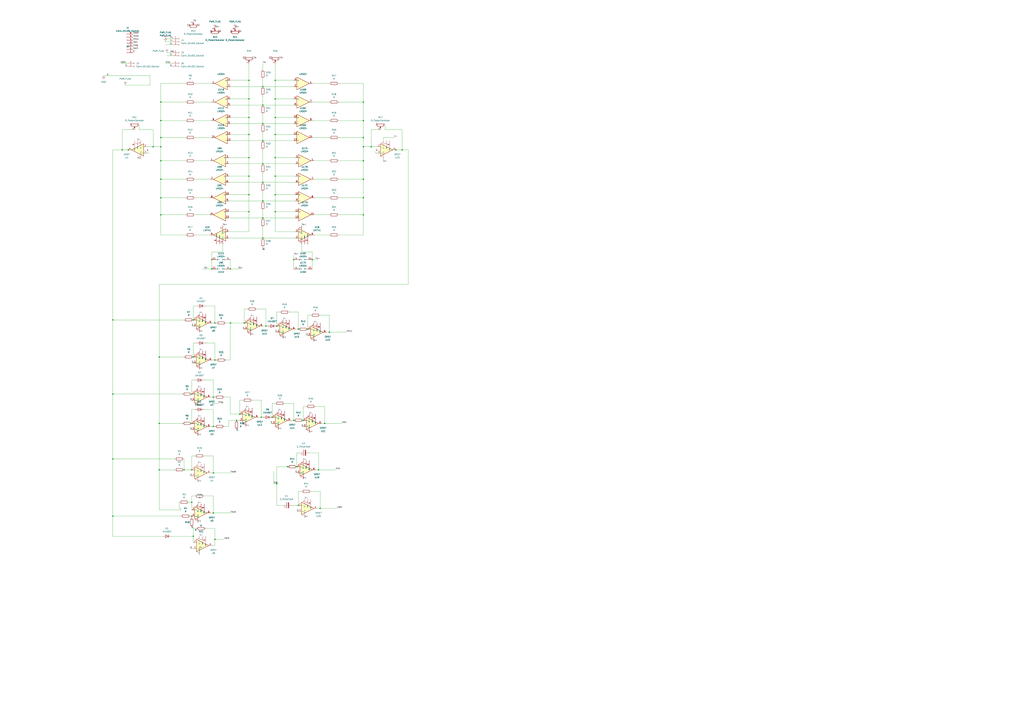
<source format=kicad_sch>
(kicad_sch (version 20231120) (generator "eeschema") (generator_version "8.0")
  (paper "A1")
  (lib_symbols
    (symbol "Amplifier_Operational:LM324" (pin_names (offset 0.127))
      (property "Reference" "U" (at 0 5.08 0))
      (property "Value" "LM324" (at 0 -5.08 0))
      (symbol "LM324_1_1"
        (pin output line (at 7.62 0 180) (length 2.54) (name "~") (number "1"))
        (pin input line (at -7.62 -2.54 0) (length 2.54) (name "-") (number "2"))
        (pin input line (at -7.62 2.54 0) (length 2.54) (name "+") (number "3"))
      )
      (symbol "LM324_2_1"
        (pin input line (at -7.62 2.54 0) (length 2.54) (name "+") (number "5"))
        (pin input line (at -7.62 -2.54 0) (length 2.54) (name "-") (number "6"))
        (pin output line (at 7.62 0 180) (length 2.54) (name "~") (number "7"))
      )
      (symbol "LM324_3_1"
        (pin input line (at -7.62 2.54 0) (length 2.54) (name "+") (number "10"))
        (pin output line (at 7.62 0 180) (length 2.54) (name "~") (number "8"))
        (pin input line (at -7.62 -2.54 0) (length 2.54) (name "-") (number "9"))
      )
      (symbol "LM324_4_1"
        (pin input line (at -7.62 2.54 0) (length 2.54) (name "+") (number "12"))
        (pin input line (at -7.62 -2.54 0) (length 2.54) (name "-") (number "13"))
        (pin output line (at 7.62 0 180) (length 2.54) (name "~") (number "14"))
      )
      (symbol "LM324_5_1"
        (pin power_in line (at -2.54 -7.62 90) (length 3.81) (name "V-") (number "11"))
        (pin power_in line (at -2.54 7.62 270) (length 3.81) (name "V+") (number "4"))
      )
    )
    (symbol "Amplifier_Operational:LM741" (pin_names (offset 0.127))
      (property "Reference" "U" (at 0 6.35 0))
      (property "Value" "LM741" (at 0 3.81 0))
      (symbol "LM741_1_1"
        (pin input line (at 0 -7.62 90) (length 5.08) (name "NULL") (number "1"))
        (pin input line (at -7.62 -2.54 0) (length 2.54) (name "-") (number "2"))
        (pin input line (at -7.62 2.54 0) (length 2.54) (name "+") (number "3"))
        (pin power_in line (at -2.54 -7.62 90) (length 3.81) (name "V-") (number "4"))
        (pin input line (at 2.54 -7.62 90) (length 6.35) (name "NULL") (number "5"))
        (pin output line (at 7.62 0 180) (length 2.54) (name "~") (number "6"))
        (pin power_in line (at -2.54 7.62 270) (length 3.81) (name "V+") (number "7"))
        (pin no_connect line (at 0 2.54 270) (length 2.54) hide (name "NC") (number "8"))
      )
    )
    (symbol "Amplifier_Operational:OP07" (pin_names (offset 0.127))
      (property "Reference" "U" (at 1.27 6.35 0))
      (property "Value" "OP07" (at 1.27 3.81 0))
      (symbol "OP07_1_1"
        (pin input line (at 0 -7.62 90) (length 5.08) (name "VOS") (number "1"))
        (pin input line (at -7.62 -2.54 0) (length 2.54) (name "-") (number "2"))
        (pin input line (at -7.62 2.54 0) (length 2.54) (name "+") (number "3"))
        (pin power_in line (at -2.54 -7.62 90) (length 3.81) (name "V-") (number "4"))
        (pin no_connect line (at 0 2.54 270) (length 2.54) hide (name "NC") (number "5"))
        (pin output line (at 7.62 0 180) (length 2.54) (name "~") (number "6"))
        (pin power_in line (at -2.54 7.62 270) (length 3.81) (name "V+") (number "7"))
        (pin input line (at 2.54 -7.62 90) (length 6.35) (name "VOS") (number "8"))
      )
    )
    (symbol "Connector:Conn_01x01_Socket" (pin_names (offset 1.016) hide)
      (property "Reference" "J" (at 0 2.54 0))
      (property "Value" "Conn_01x01_Socket" (at 0 -2.54 0))
      (symbol "Conn_01x01_Socket_1_1"
        (pin passive line (at -5.08 0 0) (length 3.81) (name "Pin_1") (number "1"))
      )
    )
    (symbol "Connector:Conn_01x02_Socket" (pin_names (offset 1.016) hide)
      (property "Reference" "J" (at 0 2.54 0))
      (property "Value" "Conn_01x02_Socket" (at 0 -5.08 0))
      (symbol "Conn_01x02_Socket_1_1"
        (pin passive line (at -5.08 0 0) (length 3.81) (name "Pin_1") (number "1"))
        (pin passive line (at -5.08 -2.54 0) (length 3.81) (name "Pin_2") (number "2"))
      )
    )
    (symbol "Connector:Conn_01x03_Socket" (pin_names (offset 1.016) hide)
      (property "Reference" "J" (at 0 5.08 0))
      (property "Value" "Conn_01x03_Socket" (at 0 -5.08 0))
      (symbol "Conn_01x03_Socket_1_1"
        (pin passive line (at -5.08 2.54 0) (length 3.81) (name "Pin_1") (number "1"))
        (pin passive line (at -5.08 0 0) (length 3.81) (name "Pin_2") (number "2"))
        (pin passive line (at -5.08 -2.54 0) (length 3.81) (name "Pin_3") (number "3"))
      )
    )
    (symbol "Connector:Conn_01x06_Socket" (pin_names (offset 1.016) hide)
      (property "Reference" "J" (at 0 7.62 0))
      (property "Value" "Conn_01x06_Socket" (at 0 -10.16 0))
      (symbol "Conn_01x06_Socket_1_1"
        (pin passive line (at -5.08 5.08 0) (length 3.81) (name "Pin_1") (number "1"))
        (pin passive line (at -5.08 2.54 0) (length 3.81) (name "Pin_2") (number "2"))
        (pin passive line (at -5.08 0 0) (length 3.81) (name "Pin_3") (number "3"))
        (pin passive line (at -5.08 -2.54 0) (length 3.81) (name "Pin_4") (number "4"))
        (pin passive line (at -5.08 -5.08 0) (length 3.81) (name "Pin_5") (number "5"))
        (pin passive line (at -5.08 -7.62 0) (length 3.81) (name "Pin_6") (number "6"))
      )
    )
    (symbol "Device:C_Polarized" (pin_numbers hide) (pin_names (offset 0.254))
      (property "Reference" "C" (at 0.635 2.54 0))
      (property "Value" "C_Polarized" (at 0.635 -2.54 0))
      (symbol "C_Polarized_1_1"
        (pin passive line (at 0 3.81 270) (length 2.794) (name "~") (number "1"))
        (pin passive line (at 0 -3.81 90) (length 2.794) (name "~") (number "2"))
      )
    )
    (symbol "Device:R" (pin_numbers hide) (pin_names (offset 0))
      (property "Reference" "R" (at 2.032 0 90))
      (property "Value" "R" (at 0 0 90))
      (symbol "R_1_1"
        (pin passive line (at 0 3.81 270) (length 1.27) (name "~") (number "1"))
        (pin passive line (at 0 -3.81 90) (length 1.27) (name "~") (number "2"))
      )
    )
    (symbol "Device:R_Potentiometer" (pin_names (offset 1.016) hide)
      (property "Reference" "RV" (at -4.445 0 90))
      (property "Value" "R_Potentiometer" (at -2.54 0 90))
      (symbol "R_Potentiometer_1_1"
        (pin passive line (at 0 3.81 270) (length 1.27) (name "1") (number "1"))
        (pin passive line (at 3.81 0 180) (length 1.27) (name "2") (number "2"))
        (pin passive line (at 0 -3.81 90) (length 1.27) (name "3") (number "3"))
      )
    )
    (symbol "Diode:1N4007" (pin_numbers hide) (pin_names hide)
      (property "Reference" "D" (at 0 2.54 0))
      (property "Value" "1N4007" (at 0 -2.54 0))
      (symbol "1N4007_1_1"
        (pin passive line (at -3.81 0 0) (length 2.54) (name "K") (number "1"))
        (pin passive line (at 3.81 0 180) (length 2.54) (name "A") (number "2"))
      )
    )
    (symbol "power:GND" (power) (pin_numbers hide) (pin_names (offset 0) hide)
      (property "Value" "GND" (at 0 -3.81 0))
      (symbol "GND_1_1"
        (pin power_in line (at 0 0 270) (length 0) (name "~") (number "1"))
      )
    )
    (symbol "power:PWR_FLAG" (power) (pin_numbers hide) (pin_names (offset 0) hide)
      (property "Value" "PWR_FLAG" (at 0 3.81 0))
      (symbol "PWR_FLAG_0_0"
        (pin power_out line (at 0 0 90) (length 0) (name "~") (number "1"))
      )
    )
  )
  (junction (at 204.47 96.52))
  (junction (at 241.3 213.36))
  (junction (at 130.81 347.98))
  (junction (at 132.08 120.65))
  (junction (at 298.45 120.65))
  (junction (at 226.06 81.28))
  (junction (at 215.9 101.6))
  (junction (at 132.08 99.06))
  (junction (at 92.71 323.85))
  (junction (at 226.06 129.54))
  (junction (at 189.23 220.98))
  (junction (at 262.89 417.83))
  (junction (at 226.06 173.99))
  (junction (at 176.53 295.91))
  (junction (at 298.45 113.03))
  (junction (at 298.45 83.82))
  (junction (at 204.47 173.99))
  (junction (at 157.48 424.18))
  (junction (at 175.26 421.64))
  (junction (at 298.45 176.53))
  (junction (at 132.08 113.03))
  (junction (at 298.45 132.08))
  (junction (at 261.62 386.08))
  (junction (at 298.45 99.06))
  (junction (at 130.81 293.37))
  (junction (at 215.9 179.07))
  (junction (at 204.47 66.04))
  (junction (at 256.54 213.36))
  (junction (at 204.47 110.49))
  (junction (at 158.75 293.37))
  (junction (at 243.84 383.54))
  (junction (at 194.31 345.44))
  (junction (at 157.48 347.98))
  (junction (at 204.47 160.02))
  (junction (at 100.33 123.19))
  (junction (at 176.53 443.23))
  (junction (at 132.08 83.82))
  (junction (at 298.45 147.32))
  (junction (at 270.51 273.05))
  (junction (at 227.33 267.97))
  (junction (at 151.13 386.08))
  (junction (at 330.2 123.19))
  (junction (at 92.71 424.18))
  (junction (at 227.33 397.51))
  (junction (at 214.63 342.9))
  (junction (at 176.53 265.43))
  (junction (at 226.06 66.04))
  (junction (at 204.47 81.28))
  (junction (at 215.9 165.1))
  (junction (at 92.71 262.89))
  (junction (at 204.47 129.54))
  (junction (at 196.85 340.36))
  (junction (at 226.06 160.02))
  (junction (at 173.99 213.36))
  (junction (at 130.81 386.08))
  (junction (at 215.9 149.86))
  (junction (at 245.11 415.29))
  (junction (at 215.9 71.12))
  (junction (at 226.06 110.49))
  (junction (at 298.45 162.56))
  (junction (at 157.48 412.75))
  (junction (at 304.8 120.65))
  (junction (at 125.73 120.65))
  (junction (at 92.71 377.19))
  (junction (at 189.23 265.43))
  (junction (at 173.99 220.98))
  (junction (at 132.08 132.08))
  (junction (at 218.44 267.97))
  (junction (at 215.9 134.62))
  (junction (at 105.41 123.19))
  (junction (at 200.66 265.43))
  (junction (at 215.9 115.57))
  (junction (at 226.06 96.52))
  (junction (at 226.06 144.78))
  (junction (at 158.75 262.89))
  (junction (at 132.08 176.53))
  (junction (at 175.26 350.52))
  (junction (at 245.11 270.51))
  (junction (at 215.9 195.58))
  (junction (at 175.26 388.62))
  (junction (at 325.12 123.19))
  (junction (at 248.92 345.44))
  (junction (at 241.3 345.44))
  (junction (at 175.26 326.39))
  (junction (at 132.08 147.32))
  (junction (at 215.9 86.36))
  (junction (at 158.75 440.69))
  (junction (at 157.48 386.08))
  (junction (at 266.7 347.98))
  (junction (at 132.08 162.56))
  (junction (at 157.48 323.85))
  (junction (at 204.47 144.78))
  (junction (at 223.52 342.9))
  (junction (at 252.73 270.51))
  (junction (at 236.22 383.54))
  (wire (pts (xy 157.48 412.75) (xy 157.48 419.1)))
  (wire (pts (xy 187.96 179.07) (xy 215.9 179.07)))
  (wire (pts (xy 92.71 440.69) (xy 133.35 440.69)))
  (wire (pts (xy 92.71 377.19) (xy 143.51 377.19)))
  (wire (pts (xy 224.79 397.51) (xy 227.33 397.51)))
  (wire (pts (xy 256.54 83.82) (xy 270.51 83.82)))
  (wire (pts (xy 226.06 110.49) (xy 241.3 110.49)))
  (wire (pts (xy 278.13 132.08) (xy 298.45 132.08)))
  (wire (pts (xy 236.22 383.54) (xy 227.33 383.54)))
  (wire (pts (xy 245.11 270.51) (xy 242.57 270.51)))
  (wire (pts (xy 121.92 125.73) (xy 120.65 125.73)))
  (wire (pts (xy 156.21 328.93) (xy 157.48 328.93)))
  (wire (pts (xy 261.62 386.08) (xy 275.59 386.08)))
  (wire (pts (xy 247.65 207.01) (xy 256.54 207.01)))
  (wire (pts (xy 298.45 83.82) (xy 298.45 99.06)))
  (wire (pts (xy 233.68 331.47) (xy 241.3 331.47)))
  (wire (pts (xy 308.61 124.46) (xy 308.61 125.73)))
  (wire (pts (xy 160.02 336.55) (xy 157.48 336.55)))
  (wire (pts (xy 260.35 417.83) (xy 262.89 417.83)))
  (wire (pts (xy 156.21 424.18) (xy 157.48 424.18)))
  (wire (pts (xy 241.3 213.36) (xy 241.3 220.98)))
  (wire (pts (xy 149.86 347.98) (xy 130.81 347.98)))
  (wire (pts (xy 243.84 372.11) (xy 243.84 383.54)))
  (wire (pts (xy 298.45 68.58) (xy 298.45 83.82)))
  (wire (pts (xy 215.9 172.72) (xy 215.9 179.07)))
  (wire (pts (xy 204.47 110.49) (xy 204.47 129.54)))
  (wire (pts (xy 152.4 99.06) (xy 132.08 99.06)))
  (wire (pts (xy 140.97 440.69) (xy 158.75 440.69)))
  (wire (pts (xy 257.81 162.56) (xy 270.51 162.56)))
  (wire (pts (xy 121.92 124.46) (xy 121.92 125.73)))
  (wire (pts (xy 246.38 270.51) (xy 245.11 270.51)))
  (wire (pts (xy 215.9 71.12) (xy 241.3 71.12)))
  (wire (pts (xy 266.7 347.98) (xy 280.67 347.98)))
  (wire (pts (xy 105.41 123.19) (xy 100.33 123.19)))
  (wire (pts (xy 132.08 162.56) (xy 132.08 176.53)))
  (wire (pts (xy 132.08 99.06) (xy 132.08 113.03)))
  (wire (pts (xy 130.81 419.1) (xy 148.59 419.1)))
  (wire (pts (xy 125.73 120.65) (xy 120.65 120.65)))
  (wire (pts (xy 226.06 81.28) (xy 241.3 81.28)))
  (wire (pts (xy 157.48 374.65) (xy 157.48 386.08)))
  (wire (pts (xy 176.53 443.23) (xy 176.53 448.31)))
  (wire (pts (xy 175.26 421.64) (xy 189.23 421.64)))
  (wire (pts (xy 215.9 52.07) (xy 215.9 57.15)))
  (wire (pts (xy 175.26 407.67) (xy 175.26 421.64)))
  (wire (pts (xy 247.65 350.52) (xy 248.92 350.52)))
  (wire (pts (xy 158.75 434.34) (xy 158.75 440.69)))
  (wire (pts (xy 330.2 106.68) (xy 330.2 123.19)))
  (wire (pts (xy 158.75 445.77) (xy 158.75 440.69)))
  (wire (pts (xy 298.45 162.56) (xy 298.45 176.53)))
  (wire (pts (xy 173.99 213.36) (xy 173.99 220.98)))
  (wire (pts (xy 176.53 326.39) (xy 175.26 326.39)))
  (wire (pts (xy 92.71 424.18) (xy 92.71 440.69)))
  (wire (pts (xy 227.33 256.54) (xy 227.33 267.97)))
  (wire (pts (xy 242.57 173.99) (xy 226.06 173.99)))
  (wire (pts (xy 304.8 106.68) (xy 304.8 120.65)))
  (wire (pts (xy 137.16 43.18) (xy 142.24 43.18)))
  (wire (pts (xy 237.49 256.54) (xy 245.11 256.54)))
  (wire (pts (xy 173.99 83.82) (xy 160.02 83.82)))
  (wire (pts (xy 175.26 374.65) (xy 175.26 388.62)))
  (wire (pts (xy 177.8 295.91) (xy 176.53 295.91)))
  (wire (pts (xy 278.13 99.06) (xy 298.45 99.06)))
  (wire (pts (xy 161.29 281.94) (xy 158.75 281.94)))
  (wire (pts (xy 189.23 265.43) (xy 200.66 265.43)))
  (wire (pts (xy 161.29 434.34) (xy 158.75 434.34)))
  (wire (pts (xy 168.91 434.34) (xy 176.53 434.34)))
  (wire (pts (xy 130.81 347.98) (xy 130.81 386.08)))
  (wire (pts (xy 215.9 134.62) (xy 242.57 134.62)))
  (wire (pts (xy 215.9 93.98) (xy 215.9 101.6)))
  (wire (pts (xy 278.13 193.04) (xy 298.45 193.04)))
  (wire (pts (xy 298.45 120.65) (xy 298.45 132.08)))
  (wire (pts (xy 152.4 83.82) (xy 132.08 83.82)))
  (wire (pts (xy 259.08 386.08) (xy 261.62 386.08)))
  (wire (pts (xy 200.66 254) (xy 200.66 265.43)))
  (wire (pts (xy 298.45 120.65) (xy 304.8 120.65)))
  (wire (pts (xy 189.23 86.36) (xy 215.9 86.36)))
  (wire (pts (xy 214.63 328.93) (xy 214.63 342.9)))
  (wire (pts (xy 264.16 347.98) (xy 266.7 347.98)))
  (wire (pts (xy 270.51 259.08) (xy 270.51 273.05)))
  (wire (pts (xy 257.81 193.04) (xy 270.51 193.04)))
  (wire (pts (xy 215.9 142.24) (xy 215.9 149.86)))
  (wire (pts (xy 175.26 336.55) (xy 175.26 350.52)))
  (wire (pts (xy 189.23 71.12) (xy 215.9 71.12)))
  (wire (pts (xy 215.9 86.36) (xy 241.3 86.36)))
  (wire (pts (xy 215.9 186.69) (xy 215.9 195.58)))
  (wire (pts (xy 187.96 160.02) (xy 204.47 160.02)))
  (wire (pts (xy 132.08 147.32) (xy 132.08 162.56)))
  (wire (pts (xy 219.71 267.97) (xy 218.44 267.97)))
  (wire (pts (xy 204.47 96.52) (xy 204.47 110.49)))
  (wire (pts (xy 316.23 102.87) (xy 316.23 106.68)))
  (wire (pts (xy 176.53 350.52) (xy 175.26 350.52)))
  (wire (pts (xy 226.06 81.28) (xy 226.06 96.52)))
  (wire (pts (xy 100.33 106.68) (xy 100.33 123.19)))
  (wire (pts (xy 204.47 52.07) (xy 204.47 66.04)))
  (wire (pts (xy 176.53 443.23) (xy 184.15 443.23)))
  (wire (pts (xy 152.4 147.32) (xy 132.08 147.32)))
  (wire (pts (xy 199.39 270.51) (xy 200.66 270.51)))
  (wire (pts (xy 278.13 147.32) (xy 298.45 147.32)))
  (wire (pts (xy 187.96 345.44) (xy 194.31 345.44)))
  (wire (pts (xy 176.53 434.34) (xy 176.53 443.23)))
  (wire (pts (xy 224.79 397.51) (xy 224.79 387.35)))
  (wire (pts (xy 278.13 176.53) (xy 298.45 176.53)))
  (wire (pts (xy 157.48 312.42) (xy 157.48 323.85)))
  (wire (pts (xy 176.53 265.43) (xy 173.99 265.43)))
  (wire (pts (xy 92.71 323.85) (xy 92.71 377.19)))
  (wire (pts (xy 176.53 251.46) (xy 176.53 265.43)))
  (wire (pts (xy 189.23 96.52) (xy 204.47 96.52)))
  (wire (pts (xy 316.23 106.68) (xy 330.2 106.68)))
  (wire (pts (xy 325.12 123.19) (xy 330.2 123.19)))
  (wire (pts (xy 114.3 102.87) (xy 114.3 106.68)))
  (wire (pts (xy 245.11 256.54) (xy 245.11 270.51)))
  (wire (pts (xy 215.9 78.74) (xy 215.9 86.36)))
  (wire (pts (xy 158.75 251.46) (xy 158.75 262.89)))
  (wire (pts (xy 189.23 101.6) (xy 215.9 101.6)))
  (wire (pts (xy 156.21 391.16) (xy 157.48 391.16)))
  (wire (pts (xy 257.81 147.32) (xy 270.51 147.32)))
  (wire (pts (xy 102.87 69.85) (xy 123.19 69.85)))
  (wire (pts (xy 220.98 48.26) (xy 222.25 48.26)))
  (wire (pts (xy 167.64 312.42) (xy 175.26 312.42)))
  (wire (pts (xy 204.47 190.5) (xy 187.96 190.5)))
  (wire (pts (xy 204.47 81.28) (xy 204.47 96.52)))
  (wire (pts (xy 204.47 173.99) (xy 204.47 190.5)))
  (wire (pts (xy 135.89 34.29) (xy 142.24 34.29)))
  (wire (pts (xy 149.86 323.85) (xy 92.71 323.85)))
  (wire (pts (xy 241.3 345.44) (xy 238.76 345.44)))
  (wire (pts (xy 176.53 295.91) (xy 173.99 295.91)))
  (wire (pts (xy 173.99 207.01) (xy 173.99 213.36)))
  (wire (pts (xy 189.23 295.91) (xy 185.42 295.91)))
  (wire (pts (xy 227.33 397.51) (xy 227.33 415.29)))
  (wire (pts (xy 256.54 207.01) (xy 256.54 213.36)))
  (wire (pts (xy 204.47 129.54) (xy 204.47 144.78)))
  (wire (pts (xy 270.51 273.05) (xy 284.48 273.05)))
  (wire (pts (xy 173.99 113.03) (xy 160.02 113.03)))
  (wire (pts (xy 241.3 331.47) (xy 241.3 345.44)))
  (wire (pts (xy 130.81 386.08) (xy 143.51 386.08)))
  (wire (pts (xy 168.91 251.46) (xy 176.53 251.46)))
  (wire (pts (xy 172.72 162.56) (xy 160.02 162.56)))
  (wire (pts (xy 110.49 106.68) (xy 100.33 106.68)))
  (wire (pts (xy 330.2 123.19) (xy 335.28 123.19)))
  (wire (pts (xy 157.48 298.45) (xy 158.75 298.45)))
  (wire (pts (xy 259.08 334.01) (xy 266.7 334.01)))
  (wire (pts (xy 157.48 424.18) (xy 157.48 425.45)))
  (wire (pts (xy 215.9 149.86) (xy 242.57 149.86)))
  (wire (pts (xy 226.06 96.52) (xy 226.06 110.49)))
  (wire (pts (xy 229.87 256.54) (xy 227.33 256.54)))
  (wire (pts (xy 242.57 388.62) (xy 243.84 388.62)))
  (wire (pts (xy 100.33 123.19) (xy 92.71 123.19)))
  (wire (pts (xy 187.96 149.86) (xy 215.9 149.86)))
  (wire (pts (xy 157.48 336.55) (xy 157.48 347.98)))
  (wire (pts (xy 154.94 412.75) (xy 157.48 412.75)))
  (wire (pts (xy 278.13 68.58) (xy 298.45 68.58)))
  (wire (pts (xy 226.06 173.99) (xy 226.06 190.5)))
  (wire (pts (xy 207.01 328.93) (xy 214.63 328.93)))
  (wire (pts (xy 156.21 450.85) (xy 158.75 450.85)))
  (wire (pts (xy 175.26 388.62) (xy 189.23 388.62)))
  (wire (pts (xy 196.85 328.93) (xy 196.85 340.36)))
  (wire (pts (xy 132.08 132.08) (xy 132.08 147.32)))
  (wire (pts (xy 194.31 345.44) (xy 196.85 345.44)))
  (wire (pts (xy 226.06 190.5) (xy 242.57 190.5)))
  (wire (pts (xy 172.72 193.04) (xy 160.02 193.04)))
  (wire (pts (xy 298.45 132.08) (xy 298.45 147.32)))
  (wire (pts (xy 156.21 353.06) (xy 157.48 353.06)))
  (wire (pts (xy 147.32 412.75) (xy 147.32 417.83)))
  (wire (pts (xy 123.19 62.23) (xy 85.09 62.23)))
  (wire (pts (xy 251.46 275.59) (xy 252.73 275.59)))
  (wire (pts (xy 130.81 386.08) (xy 130.81 419.1)))
  (wire (pts (xy 203.2 254) (xy 200.66 254)))
  (wire (pts (xy 312.42 106.68) (xy 304.8 106.68)))
  (wire (pts (xy 152.4 132.08) (xy 132.08 132.08)))
  (wire (pts (xy 151.13 377.19) (xy 151.13 386.08)))
  (wire (pts (xy 189.23 115.57) (xy 215.9 115.57)))
  (wire (pts (xy 92.71 377.19) (xy 92.71 424.18)))
  (wire (pts (xy 242.57 160.02) (xy 226.06 160.02)))
  (wire (pts (xy 267.97 273.05) (xy 270.51 273.05)))
  (wire (pts (xy 215.9 109.22) (xy 215.9 115.57)))
  (wire (pts (xy 130.81 233.68) (xy 130.81 293.37)))
  (wire (pts (xy 204.47 160.02) (xy 204.47 173.99)))
  (wire (pts (xy 187.96 195.58) (xy 215.9 195.58)))
  (wire (pts (xy 223.52 331.47) (xy 223.52 342.9)))
  (wire (pts (xy 152.4 162.56) (xy 132.08 162.56)))
  (wire (pts (xy 175.26 326.39) (xy 172.72 326.39)))
  (wire (pts (xy 248.92 334.01) (xy 248.92 345.44)))
  (wire (pts (xy 237.49 383.54) (xy 236.22 383.54)))
  (wire (pts (xy 187.96 350.52) (xy 184.15 350.52)))
  (wire (pts (xy 172.72 176.53) (xy 160.02 176.53)))
  (wire (pts (xy 125.73 106.68) (xy 125.73 120.65)))
  (wire (pts (xy 215.9 342.9) (xy 214.63 342.9)))
  (wire (pts (xy 173.99 99.06) (xy 160.02 99.06)))
  (wire (pts (xy 168.91 281.94) (xy 176.53 281.94)))
  (wire (pts (xy 163.83 455.93) (xy 163.83 450.85)))
  (wire (pts (xy 189.23 66.04) (xy 204.47 66.04)))
  (wire (pts (xy 175.26 350.52) (xy 172.72 350.52)))
  (wire (pts (xy 130.81 293.37) (xy 151.13 293.37)))
  (wire (pts (xy 226.06 273.05) (xy 227.33 273.05)))
  (wire (pts (xy 298.45 147.32) (xy 298.45 162.56)))
  (wire (pts (xy 172.72 421.64) (xy 175.26 421.64)))
  (wire (pts (xy 323.85 113.03) (xy 314.96 113.03)))
  (wire (pts (xy 167.64 407.67) (xy 175.26 407.67)))
  (wire (pts (xy 204.47 66.04) (xy 204.47 81.28)))
  (wire (pts (xy 214.63 342.9) (xy 212.09 342.9)))
  (wire (pts (xy 215.9 115.57) (xy 241.3 115.57)))
  (wire (pts (xy 172.72 388.62) (xy 175.26 388.62)))
  (wire (pts (xy 135.89 31.75) (xy 142.24 31.75)))
  (wire (pts (xy 157.48 267.97) (xy 158.75 267.97)))
  (wire (pts (xy 182.88 207.01) (xy 173.99 207.01)))
  (wire (pts (xy 132.08 176.53) (xy 132.08 193.04)))
  (wire (pts (xy 215.9 165.1) (xy 242.57 165.1)))
  (wire (pts (xy 167.64 336.55) (xy 175.26 336.55)))
  (wire (pts (xy 304.8 120.65) (xy 309.88 120.65)))
  (wire (pts (xy 335.28 123.19) (xy 335.28 233.68)))
  (wire (pts (xy 243.84 420.37) (xy 245.11 420.37)))
  (wire (pts (xy 187.96 129.54) (xy 204.47 129.54)))
  (wire (pts (xy 152.4 68.58) (xy 132.08 68.58)))
  (wire (pts (xy 226.06 52.07) (xy 226.06 66.04)))
  (wire (pts (xy 245.11 403.86) (xy 245.11 415.29)))
  (wire (pts (xy 132.08 68.58) (xy 132.08 83.82)))
  (wire (pts (xy 177.8 265.43) (xy 176.53 265.43)))
  (wire (pts (xy 241.3 209.55) (xy 241.3 213.36)))
  (wire (pts (xy 189.23 340.36) (xy 196.85 340.36)))
  (wire (pts (xy 254 372.11) (xy 261.62 372.11)))
  (wire (pts (xy 102.87 54.61) (xy 105.41 54.61)))
  (wire (pts (xy 261.62 372.11) (xy 261.62 386.08)))
  (wire (pts (xy 132.08 113.03) (xy 132.08 120.65)))
  (wire (pts (xy 132.08 120.65) (xy 132.08 132.08)))
  (wire (pts (xy 176.53 281.94) (xy 176.53 295.91)))
  (wire (pts (xy 204.47 110.49) (xy 189.23 110.49)))
  (wire (pts (xy 241.3 66.04) (xy 226.06 66.04)))
  (wire (pts (xy 182.88 200.66) (xy 182.88 207.01)))
  (wire (pts (xy 139.7 54.61) (xy 142.24 54.61)))
  (wire (pts (xy 215.9 157.48) (xy 215.9 165.1)))
  (wire (pts (xy 226.06 144.78) (xy 226.06 160.02)))
  (wire (pts (xy 157.48 407.67) (xy 157.48 412.75)))
  (wire (pts (xy 227.33 415.29) (xy 232.41 415.29)))
  (wire (pts (xy 132.08 83.82) (xy 132.08 99.06)))
  (wire (pts (xy 147.32 417.83) (xy 148.59 417.83)))
  (wire (pts (xy 172.72 132.08) (xy 160.02 132.08)))
  (wire (pts (xy 160.02 374.65) (xy 157.48 374.65)))
  (wire (pts (xy 256.54 213.36) (xy 256.54 220.98)))
  (wire (pts (xy 137.16 45.72) (xy 142.24 45.72)))
  (wire (pts (xy 226.06 331.47) (xy 223.52 331.47)))
  (wire (pts (xy 262.89 403.86) (xy 262.89 417.83)))
  (wire (pts (xy 298.45 176.53) (xy 298.45 193.04)))
  (wire (pts (xy 256.54 68.58) (xy 270.51 68.58)))
  (wire (pts (xy 187.96 173.99) (xy 204.47 173.99)))
  (wire (pts (xy 179.07 331.47) (xy 175.26 331.47)))
  (wire (pts (xy 184.15 326.39) (xy 189.23 326.39)))
  (wire (pts (xy 278.13 113.03) (xy 298.45 113.03)))
  (wire (pts (xy 92.71 262.89) (xy 151.13 262.89)))
  (wire (pts (xy 251.46 334.01) (xy 248.92 334.01)))
  (wire (pts (xy 314.96 113.03) (xy 314.96 115.57)))
  (wire (pts (xy 298.45 99.06) (xy 298.45 113.03)))
  (wire (pts (xy 157.48 434.34) (xy 157.48 433.07)))
  (wire (pts (xy 247.65 403.86) (xy 245.11 403.86)))
  (wire (pts (xy 259.08 213.36) (xy 256.54 213.36)))
  (wire (pts (xy 189.23 220.98) (xy 198.12 220.98)))
  (wire (pts (xy 298.45 113.03) (xy 298.45 120.65)))
  (wire (pts (xy 153.67 21.59) (xy 154.94 21.59)))
  (wire (pts (xy 226.06 110.49) (xy 226.06 129.54)))
  (wire (pts (xy 185.42 265.43) (xy 189.23 265.43)))
  (wire (pts (xy 226.06 129.54) (xy 226.06 144.78)))
  (wire (pts (xy 187.96 165.1) (xy 215.9 165.1)))
  (wire (pts (xy 148.59 417.83) (xy 148.59 419.1)))
  (wire (pts (xy 278.13 83.82) (xy 298.45 83.82)))
  (wire (pts (xy 187.96 134.62) (xy 215.9 134.62)))
  (wire (pts (xy 158.75 281.94) (xy 158.75 293.37)))
  (wire (pts (xy 257.81 132.08) (xy 270.51 132.08)))
  (wire (pts (xy 226.06 66.04) (xy 226.06 81.28)))
  (wire (pts (xy 130.81 293.37) (xy 130.81 347.98)))
  (wire (pts (xy 262.89 417.83) (xy 276.86 417.83)))
  (wire (pts (xy 308.61 125.73) (xy 309.88 125.73)))
  (wire (pts (xy 92.71 123.19) (xy 92.71 262.89)))
  (wire (pts (xy 176.53 448.31) (xy 173.99 448.31)))
  (wire (pts (xy 187.96 350.52) (xy 187.96 345.44)))
  (wire (pts (xy 160.02 312.42) (xy 157.48 312.42)))
  (wire (pts (xy 325.12 123.19) (xy 325.12 121.92)))
  (wire (pts (xy 242.57 345.44) (xy 241.3 345.44)))
  (wire (pts (xy 218.44 267.97) (xy 215.9 267.97)))
  (wire (pts (xy 160.02 407.67) (xy 157.48 407.67)))
  (wire (pts (xy 222.25 347.98) (xy 223.52 347.98)))
  (wire (pts (xy 199.39 328.93) (xy 196.85 328.93)))
  (wire (pts (xy 175.26 331.47) (xy 175.26 326.39)))
  (wire (pts (xy 240.03 415.29) (xy 245.11 415.29)))
  (wire (pts (xy 256.54 99.06) (xy 270.51 99.06)))
  (wire (pts (xy 257.81 176.53) (xy 270.51 176.53)))
  (wire (pts (xy 92.71 424.18) (xy 148.59 424.18)))
  (wire (pts (xy 255.27 403.86) (xy 262.89 403.86)))
  (wire (pts (xy 210.82 254) (xy 218.44 254)))
  (wire (pts (xy 204.47 81.28) (xy 189.23 81.28)))
  (wire (pts (xy 123.19 69.85) (xy 123.19 62.23)))
  (wire (pts (xy 218.44 254) (xy 218.44 267.97)))
  (wire (pts (xy 173.99 68.58) (xy 160.02 68.58)))
  (wire (pts (xy 204.47 144.78) (xy 187.96 144.78)))
  (wire (pts (xy 135.89 52.07) (xy 142.24 52.07)))
  (wire (pts (xy 166.37 220.98) (xy 173.99 220.98)))
  (wire (pts (xy 189.23 213.36) (xy 189.23 220.98)))
  (wire (pts (xy 226.06 160.02) (xy 226.06 173.99)))
  (wire (pts (xy 172.72 147.32) (xy 160.02 147.32)))
  (wire (pts (xy 255.27 259.08) (xy 252.73 259.08)))
  (wire (pts (xy 314.96 133.35) (xy 314.96 130.81)))
  (wire (pts (xy 278.13 162.56) (xy 298.45 162.56)))
  (wire (pts (xy 227.33 383.54) (xy 227.33 397.51)))
  (wire (pts (xy 204.47 144.78) (xy 204.47 160.02)))
  (wire (pts (xy 252.73 259.08) (xy 252.73 270.51)))
  (wire (pts (xy 242.57 129.54) (xy 226.06 129.54)))
  (wire (pts (xy 215.9 123.19) (xy 215.9 134.62)))
  (wire (pts (xy 241.3 96.52) (xy 226.06 96.52)))
  (wire (pts (xy 92.71 262.89) (xy 92.71 323.85)))
  (wire (pts (xy 99.06 52.07) (xy 105.41 52.07)))
  (wire (pts (xy 256.54 113.03) (xy 270.51 113.03)))
  (wire (pts (xy 226.06 144.78) (xy 242.57 144.78)))
  (wire (pts (xy 215.9 101.6) (xy 241.3 101.6)))
  (wire (pts (xy 161.29 251.46) (xy 158.75 251.46)))
  (wire (pts (xy 266.7 334.01) (xy 266.7 347.98)))
  (wire (pts (xy 189.23 326.39) (xy 189.23 340.36)))
  (wire (pts (xy 262.89 259.08) (xy 270.51 259.08)))
  (wire (pts (xy 246.38 372.11) (xy 243.84 372.11)))
  (wire (pts (xy 135.89 36.83) (xy 142.24 36.83)))
  (wire (pts (xy 199.39 48.26) (xy 200.66 48.26)))
  (wire (pts (xy 247.65 200.66) (xy 247.65 207.01)))
  (wire (pts (xy 194.31 354.33) (xy 194.31 353.06)))
  (wire (pts (xy 215.9 179.07) (xy 242.57 179.07)))
  (wire (pts (xy 132.08 120.65) (xy 125.73 120.65)))
  (wire (pts (xy 114.3 106.68) (xy 125.73 106.68)))
  (wire (pts (xy 215.9 64.77) (xy 215.9 71.12)))
  (wire (pts (xy 335.28 233.68) (xy 130.81 233.68)))
  (wire (pts (xy 152.4 176.53) (xy 132.08 176.53)))
  (wire (pts (xy 215.9 195.58) (xy 242.57 195.58)))
  (wire (pts (xy 152.4 113.03) (xy 132.08 113.03)))
  (wire (pts (xy 105.41 123.19) (xy 105.41 121.92)))
  (wire (pts (xy 215.9 203.2) (xy 215.9 205.74)))
  (wire (pts (xy 167.64 374.65) (xy 175.26 374.65)))
  (wire (pts (xy 189.23 265.43) (xy 189.23 295.91)))
  (wire (pts (xy 175.26 312.42) (xy 175.26 326.39)))
  (wire (pts (xy 152.4 193.04) (xy 132.08 193.04)))
  (wire (pts (xy 151.13 386.08) (xy 157.48 386.08)))
  (label "V+" (at 139.7 31.75 0))
  (label "Vsub" (at 189.23 421.64 0))
  (label "Vsub" (at 109.22 30.48 0))
  (label "V+" (at 162.56 429.26 0))
  (label "G" (at 156.21 450.85 0))
  (label "Vdfn" (at 99.06 52.07 0))
  (label "Vs" (at 208.28 48.26 0))
  (label "G" (at 157.48 298.45 0))
  (label "V+" (at 162.56 358.14 0))
  (label "V-" (at 115.57 115.57 180))
  (label "Vant" (at 109.22 40.64 0))
  (label "V+" (at 115.57 130.81 180))
  (label "Vdiv" (at 280.67 347.98 0))
  (label "G" (at 121.92 124.46 180))
  (label "V+" (at 205.74 275.59 0))
  (label "V+" (at 163.83 303.53 0))
  (label "V-" (at 250.19 410.21 0))
  (label "Vlog" (at 179.07 331.47 0))
  (label "V+" (at 248.92 393.7 0))
  (label "V+" (at 162.56 334.01 0))
  (label "Vs+" (at 241.3 209.55 0))
  (label "Vs+" (at 247.65 185.42 0))
  (label "G" (at 156.21 353.06 0))
  (label "V+" (at 163.83 273.05 0))
  (label "V+" (at 254 355.6 0))
  (label "G" (at 180.34 26.67 0))
  (label "G" (at 156.21 391.16 0))
  (label "G" (at 251.46 275.59 0))
  (label "V-" (at 163.83 440.69 0))
  (label "G" (at 222.25 347.98 0))
  (label "G" (at 194.31 354.33 0))
  (label "Vs" (at 229.87 48.26 0))
  (label "Vac" (at 224.79 397.51 0))
  (label "Vdiv" (at 109.22 35.56 0))
  (label "G" (at 157.48 434.34 0))
  (label "G" (at 220.98 48.26 0))
  (label "G" (at 243.84 420.37 0))
  (label "G" (at 162.56 21.59 0))
  (label "Vadd" (at 189.23 388.62 0))
  (label "Vs+" (at 182.88 185.42 0))
  (label "Vadd" (at 109.22 27.94 0))
  (label "Vs-" (at 259.08 213.36 0))
  (label "Vmul" (at 109.22 33.02 0))
  (label "G" (at 102.87 54.61 0))
  (label "G" (at 215.9 205.74 0))
  (label "G" (at 109.22 43.18 0))
  (label "G" (at 157.48 267.97 0))
  (label "V-" (at 257.81 265.43 0))
  (label "G" (at 242.57 388.62 0))
  (label "Vac" (at 139.7 43.18 0))
  (label "V-" (at 139.7 34.29 0))
  (label "V-" (at 228.6 337.82 0))
  (label "V-" (at 162.56 318.77 0))
  (label "V+" (at 228.6 353.06 0))
  (label "V+" (at 163.83 450.85 0))
  (label "V-" (at 162.56 381 0))
  (label "V+" (at 172.72 26.67 0))
  (label "G" (at 139.7 36.83 0))
  (label "V+" (at 232.41 278.13 0))
  (label "V-" (at 254 340.36 0))
  (label "V-" (at 232.41 262.89 0))
  (label "G" (at 87.63 62.23 0))
  (label "V+" (at 153.67 21.59 0))
  (label "V-" (at 189.23 26.67 0))
  (label "G" (at 215.9 205.74 0))
  (label "G" (at 247.65 350.52 0))
  (label "V-" (at 205.74 260.35 0))
  (label "Vs+" (at 176.53 22.86 0))
  (label "Vdfn" (at 276.86 417.83 0))
  (label "Vs-" (at 193.04 22.86 0))
  (label "V-" (at 162.56 414.02 0))
  (label "G" (at 139.7 45.72 0))
  (label "V-" (at 248.92 378.46 0))
  (label "Vs" (at 215.9 52.07 0))
  (label "Vant" (at 184.15 443.23 0))
  (label "Vint" (at 275.59 386.08 0))
  (label "Vlog" (at 109.22 38.1 0))
  (label "V-" (at 201.93 335.28 0))
  (label "Vs" (at 158.75 17.78 0))
  (label "G" (at 226.06 273.05 0))
  (label "V+" (at 250.19 425.45 0))
  (label "V-" (at 162.56 342.9 0))
  (label "G" (at 199.39 48.26 0))
  (label "Vs-" (at 167.64 220.98 0))
  (label "G" (at 156.21 328.93 0))
  (label "Vint" (at 135.89 52.07 0))
  (label "Vmul" (at 284.48 273.05 0))
  (label "V+" (at 201.93 350.52 0))
  (label "V+" (at 314.96 133.35 0))
  (label "V+" (at 162.56 396.24 0))
  (label "G" (at 196.85 26.67 0))
  (label "V-" (at 163.83 288.29 0))
  (label "G" (at 139.7 54.61 0))
  (label "Vs+" (at 195.58 220.98 0))
  (label "V-" (at 323.85 113.03 0))
  (label "G" (at 308.61 124.46 0))
  (label "V+" (at 257.81 280.67 0))
  (label "G" (at 199.39 270.51 0))
  (label "V-" (at 163.83 257.81 0))
  (symbol (lib_id "Device:R") (at 215.9 138.43 0) (unit 1)
    (property "Reference" "R34" (at 218.44 137.1599 0) (effects (justify left)))
    (property "Value" "R" (at 218.44 139.6999 0) (effects (justify left)))
    (property "Footprint" "Resistor_THT:R_Axial_DIN0309_L9.0mm_D3.2mm_P12.70mm_Horizontal" (effects (hide yes)))
    (property "Description" "Resistor" (effects (hide yes)))
  )
  (symbol (lib_id "Device:C_Polarized") (at 236.22 415.29 90) (unit 1)
    (property "Reference" "C1" (at 235.331 407.67 90))
    (property "Value" "C_Polarized" (at 235.331 410.21 90))
    (property "Footprint" "Capacitor_THT:CP_Radial_D12.5mm_P7.50mm" (effects (hide yes)))
    (property "Description" "Polarized capacitor" (effects (hide yes)))
  )
  (symbol (lib_id "Device:R") (at 215.9 119.38 0) (unit 1)
    (property "Reference" "R33" (at 218.44 118.1099 0) (effects (justify left)))
    (property "Value" "R" (at 218.44 120.6499 0) (effects (justify left)))
    (property "Footprint" "Resistor_THT:R_Axial_DIN0309_L9.0mm_D3.2mm_P12.70mm_Horizontal" (effects (hide yes)))
    (property "Description" "Resistor" (effects (hide yes)))
  )
  (symbol (lib_id "Device:R") (at 215.9 60.96 0) (unit 1)
    (property "Reference" "R29" (at 218.44 59.6899 0) (effects (justify left)))
    (property "Value" "R" (at 218.44 62.2299 0) (effects (justify left)))
    (property "Footprint" "Resistor_THT:R_Axial_DIN0309_L9.0mm_D3.2mm_P12.70mm_Horizontal" (effects (hide yes)))
    (property "Description" "Resistor" (effects (hide yes)))
  )
  (symbol (lib_id "Amplifier_Operational:LM324") (at 250.19 147.32 0) (unit 2)
    (property "Reference" "U17" (at 250.19 137.16 0))
    (property "Value" "LM324" (at 250.19 139.7 0))
    (property "Footprint" "Package_DIP:DIP-14_W7.62mm_Socket" (effects (hide yes)))
    (property "Datasheet" "http://www.ti.com/lit/ds/symlink/lm2902-n.pdf" (effects (hide yes)))
    (property "Description" "Low-Power, Quad-Operational Amplifiers, DIP-14/SOIC-14/SSOP-14" (effects (hide yes)))
  )
  (symbol (lib_id "power:GND") (at 85.09 62.23 0) (unit 1)
    (property "Reference" "#PWR01" (effects (hide yes)))
    (property "Value" "GND" (at 85.09 67.31 0))
    (property "Description" "Power symbol creates a global label with name \"GND\" , ground" (effects (hide yes)))
  )
  (symbol (lib_id "Connector:Conn_01x03_Socket") (at 147.32 34.29 0) (unit 1)
    (property "Reference" "J4" (at 148.59 33.0199 0) (effects (justify left)))
    (property "Value" "Conn_01x03_Socket" (at 148.59 35.5599 0) (effects (justify left)))
    (property "Footprint" "Connector_PinSocket_2.54mm:PinSocket_1x03_P2.54mm_Horizontal" (effects (hide yes)))
    (property "Description" "Generic connector, single row, 01x03, script generated" (effects (hide yes)))
  )
  (symbol (lib_id "Diode:1N4007") (at 163.83 312.42 180) (unit 1)
    (property "Reference" "D2" (at 163.83 306.07 0))
    (property "Value" "1N4007" (at 163.83 308.61 0))
    (property "Footprint" "Diode_THT:D_DO-41_SOD81_P10.16mm_Horizontal" (effects (hide yes)))
    (property "Datasheet" "http://www.vishay.com/docs/88503/1n4001.pdf" (effects (hide yes)))
    (property "Description" "1000V 1A General Purpose Rectifier Diode, DO-41" (effects (hide yes)))
    (property "Sim.Device" "D" (effects (hide yes)))
    (property "Sim.Pins" "1=K 2=A" (effects (hide yes)))
  )
  (symbol (lib_id "Device:R") (at 274.32 99.06 90) (unit 1)
    (property "Reference" "R49" (at 274.32 92.71 90))
    (property "Value" "R" (at 274.32 95.25 90))
    (property "Footprint" "Resistor_THT:R_Axial_DIN0309_L9.0mm_D3.2mm_P12.70mm_Horizontal" (effects (hide yes)))
    (property "Description" "Resistor" (effects (hide yes)))
  )
  (symbol (lib_id "Amplifier_Operational:OP07") (at 166.37 295.91 0) (mirror x) (unit 1)
    (property "Reference" "U7" (at 175.26 302.2286 0))
    (property "Value" "OP07" (at 175.26 299.6886 0))
    (property "Footprint" "Package_DIP:DIP-8_W7.62mm_Socket" (effects (hide yes)))
    (property "Datasheet" "https://www.analog.com/media/en/technical-documentation/data-sheets/OP07.pdf" (effects (hide yes)))
    (property "Description" "Single Ultra-Low Offset Voltage Operational Amplifier, DIP-8/SOIC-8" (effects (hide yes)))
  )
  (symbol (lib_id "Amplifier_Operational:LM324") (at 250.19 162.56 0) (unit 3)
    (property "Reference" "U17" (at 250.19 152.4 0))
    (property "Value" "LM324" (at 250.19 154.94 0))
    (property "Footprint" "Package_DIP:DIP-14_W7.62mm_Socket" (effects (hide yes)))
    (property "Datasheet" "http://www.ti.com/lit/ds/symlink/lm2902-n.pdf" (effects (hide yes)))
    (property "Description" "Low-Power, Quad-Operational Amplifiers, DIP-14/SOIC-14/SSOP-14" (effects (hide yes)))
  )
  (symbol (lib_id "Device:R") (at 163.83 407.67 90) (unit 1)
    (property "Reference" "R20" (at 164.084 406.654 90))
    (property "Value" "R" (at 164.084 409.194 90))
    (property "Footprint" "Resistor_THT:R_Axial_DIN0309_L9.0mm_D3.2mm_P12.70mm_Horizontal" (effects (hide yes)))
    (property "Description" "Resistor" (effects (hide yes)))
  )
  (symbol (lib_id "Amplifier_Operational:LM741") (at 250.19 193.04 0) (unit 1)
    (property "Reference" "U18" (at 260.35 186.7214 0))
    (property "Value" "LM741" (at 260.35 189.2614 0))
    (property "Footprint" "Package_DIP:DIP-8_W7.62mm_Socket" (effects (hide yes)))
    (property "Datasheet" "http://www.ti.com/lit/ds/symlink/lm741.pdf" (effects (hide yes)))
    (property "Description" "Operational Amplifier, DIP-8/TO-99-8" (effects (hide yes)))
  )
  (symbol (lib_id "Connector:Conn_01x02_Socket") (at 110.49 52.07 0) (unit 1)
    (property "Reference" "J3" (at 111.76 52.0699 0) (effects (justify left)))
    (property "Value" "Conn_01x02_Socket" (at 111.76 54.6099 0) (effects (justify left)))
    (property "Footprint" "Connector_PinSocket_2.54mm:PinSocket_1x02_P2.54mm_Vertical" (effects (hide yes)))
    (property "Description" "Generic connector, single row, 01x02, script generated" (effects (hide yes)))
  )
  (symbol (lib_id "Device:R") (at 153.67 347.98 90) (unit 1)
    (property "Reference" "R6" (at 153.67 341.63 90))
    (property "Value" "R" (at 153.67 344.17 90))
    (property "Footprint" "Resistor_THT:R_Axial_DIN0309_L9.0mm_D3.2mm_P12.70mm_Horizontal" (effects (hide yes)))
    (property "Description" "Resistor" (effects (hide yes)))
  )
  (symbol (lib_id "Amplifier_Operational:OP07") (at 252.73 417.83 0) (mirror x) (unit 1)
    (property "Reference" "U20" (at 261.62 424.1486 0))
    (property "Value" "OP07" (at 261.62 421.6086 0))
    (property "Footprint" "Package_DIP:DIP-8_W7.62mm_Socket" (effects (hide yes)))
    (property "Datasheet" "https://www.analog.com/media/en/technical-documentation/data-sheets/OP07.pdf" (effects (hide yes)))
    (property "Description" "Single Ultra-Low Offset Voltage Operational Amplifier, DIP-8/SOIC-8" (effects (hide yes)))
  )
  (symbol (lib_id "Device:R") (at 255.27 334.01 90) (unit 1)
    (property "Reference" "R45" (at 255.27 327.66 90))
    (property "Value" "R" (at 255.27 330.2 90))
    (property "Footprint" "Resistor_THT:R_Axial_DIN0309_L9.0mm_D3.2mm_P12.70mm_Horizontal" (effects (hide yes)))
    (property "Description" "Resistor" (effects (hide yes)))
  )
  (symbol (lib_id "Device:R") (at 274.32 68.58 90) (unit 1)
    (property "Reference" "R47" (at 274.32 62.23 90))
    (property "Value" "R" (at 274.32 64.77 90))
    (property "Footprint" "Resistor_THT:R_Axial_DIN0309_L9.0mm_D3.2mm_P12.70mm_Horizontal" (effects (hide yes)))
    (property "Description" "Resistor" (effects (hide yes)))
  )
  (symbol (lib_id "Device:R") (at 215.9 199.39 0) (unit 1)
    (property "Reference" "R38" (at 218.44 198.1199 0) (effects (justify left)))
    (property "Value" "R" (at 218.44 200.6599 0) (effects (justify left)))
    (property "Footprint" "Resistor_THT:R_Axial_DIN0309_L9.0mm_D3.2mm_P12.70mm_Horizontal" (effects (hide yes)))
    (property "Description" "Resistor" (effects (hide yes)))
  )
  (symbol (lib_id "Device:R") (at 274.32 83.82 90) (unit 1)
    (property "Reference" "R48" (at 274.32 77.47 90))
    (property "Value" "R" (at 274.32 80.01 90))
    (property "Footprint" "Resistor_THT:R_Axial_DIN0309_L9.0mm_D3.2mm_P12.70mm_Horizontal" (effects (hide yes)))
    (property "Description" "Resistor" (effects (hide yes)))
  )
  (symbol (lib_id "Connector:Conn_01x01_Socket") (at 104.14 43.18 180) (unit 1)
    (property "Reference" "J2" (at 104.775 38.1 0))
    (property "Value" "Conn_01x01_Socket" (effects (hide yes)))
    (property "Footprint" "Connector_PinSocket_2.54mm:PinSocket_1x01_P2.54mm_Vertical" (effects (hide yes)))
    (property "Description" "Generic connector, single row, 01x01, script generated" (effects (hide yes)))
  )
  (symbol (lib_id "Device:R") (at 156.21 176.53 270) (mirror x) (unit 1)
    (property "Reference" "R16" (at 156.21 170.18 90))
    (property "Value" "R" (at 156.21 172.72 90))
    (property "Footprint" "Resistor_THT:R_Axial_DIN0309_L9.0mm_D3.2mm_P12.70mm_Horizontal" (effects (hide yes)))
    (property "Description" "Resistor" (effects (hide yes)))
  )
  (symbol (lib_id "Device:R") (at 154.94 293.37 90) (unit 1)
    (property "Reference" "R8" (at 154.94 287.02 90))
    (property "Value" "R" (at 154.94 289.56 90))
    (property "Footprint" "Resistor_THT:R_Axial_DIN0309_L9.0mm_D3.2mm_P12.70mm_Horizontal" (effects (hide yes)))
    (property "Description" "Resistor" (effects (hide yes)))
  )
  (symbol (lib_id "power:PWR_FLAG") (at 137.16 43.18 0) (unit 1)
    (property "Reference" "#FLG04" (effects (hide yes)))
    (property "Value" "PWR_FLAG" (at 130.048 41.91 0))
    (property "Description" "Special symbol for telling ERC where power comes from" (effects (hide yes)))
  )
  (symbol (lib_id "Device:R") (at 203.2 328.93 90) (unit 1)
    (property "Reference" "R27" (at 203.2 322.58 90))
    (property "Value" "R" (at 203.2 325.12 90))
    (property "Footprint" "Resistor_THT:R_Axial_DIN0309_L9.0mm_D3.2mm_P12.70mm_Horizontal" (effects (hide yes)))
    (property "Description" "Resistor" (effects (hide yes)))
  )
  (symbol (lib_id "Device:R") (at 215.9 153.67 0) (unit 1)
    (property "Reference" "R35" (at 218.44 152.3999 0) (effects (justify left)))
    (property "Value" "R" (at 218.44 154.9399 0) (effects (justify left)))
    (property "Footprint" "Resistor_THT:R_Axial_DIN0309_L9.0mm_D3.2mm_P12.70mm_Horizontal" (effects (hide yes)))
    (property "Description" "Resistor" (effects (hide yes)))
  )
  (symbol (lib_id "Device:R") (at 156.21 132.08 270) (mirror x) (unit 1)
    (property "Reference" "R13" (at 156.21 125.73 90))
    (property "Value" "R" (at 156.21 128.27 90))
    (property "Footprint" "Resistor_THT:R_Axial_DIN0309_L9.0mm_D3.2mm_P12.70mm_Horizontal" (effects (hide yes)))
    (property "Description" "Resistor" (effects (hide yes)))
  )
  (symbol (lib_id "Diode:1N4007") (at 165.1 251.46 180) (unit 1)
    (property "Reference" "D4" (at 165.1 245.11 0))
    (property "Value" "1N4007" (at 165.1 247.65 0))
    (property "Footprint" "Diode_THT:D_DO-41_SOD81_P10.16mm_Horizontal" (effects (hide yes)))
    (property "Datasheet" "http://www.vishay.com/docs/88503/1n4001.pdf" (effects (hide yes)))
    (property "Description" "1000V 1A General Purpose Rectifier Diode, DO-41" (effects (hide yes)))
    (property "Sim.Device" "D" (effects (hide yes)))
    (property "Sim.Pins" "1=K 2=A" (effects (hide yes)))
  )
  (symbol (lib_id "Amplifier_Operational:LM324") (at 181.61 210.82 270) (mirror x) (unit 5)
    (property "Reference" "U11" (at 181.61 208.28 90))
    (property "Value" "LM324" (at 181.61 210.82 90))
    (property "Footprint" "Package_DIP:DIP-14_W7.62mm_Socket" (effects (hide yes)))
    (property "Datasheet" "http://www.ti.com/lit/ds/symlink/lm2902-n.pdf" (effects (hide yes)))
    (property "Description" "Low-Power, Quad-Operational Amplifiers, DIP-14/SOIC-14/SSOP-14" (effects (hide yes)))
  )
  (symbol (lib_id "Amplifier_Operational:OP07") (at 166.37 448.31 0) (mirror x) (unit 1)
    (property "Reference" "U8" (at 175.26 454.6286 0))
    (property "Value" "OP07" (at 175.26 452.0886 0))
    (property "Footprint" "Package_DIP:DIP-8_W7.62mm_Socket" (effects (hide yes)))
    (property "Datasheet" "https://www.analog.com/media/en/technical-documentation/data-sheets/OP07.pdf" (effects (hide yes)))
    (property "Description" "Single Ultra-Low Offset Voltage Operational Amplifier, DIP-8/SOIC-8" (effects (hide yes)))
  )
  (symbol (lib_id "Device:R") (at 156.21 99.06 270) (mirror x) (unit 1)
    (property "Reference" "R11" (at 156.21 92.71 90))
    (property "Value" "R" (at 156.21 95.25 90))
    (property "Footprint" "Resistor_THT:R_Axial_DIN0309_L9.0mm_D3.2mm_P12.70mm_Horizontal" (effects (hide yes)))
    (property "Description" "Resistor" (effects (hide yes)))
  )
  (symbol (lib_id "power:PWR_FLAG") (at 193.04 22.86 0) (unit 1)
    (property "Reference" "#FLG06" (effects (hide yes)))
    (property "Value" "PWR_FLAG" (at 193.04 17.78 0))
    (property "Description" "Special symbol for telling ERC where power comes from" (effects (hide yes)))
  )
  (symbol (lib_id "Device:R") (at 147.32 386.08 90) (unit 1)
    (property "Reference" "R2" (at 147.32 379.73 90))
    (property "Value" "R" (at 147.32 382.27 90))
    (property "Footprint" "Resistor_THT:R_Axial_DIN0309_L9.0mm_D3.2mm_P12.70mm_Horizontal" (effects (hide yes)))
    (property "Description" "Resistor" (effects (hide yes)))
  )
  (symbol (lib_id "Device:R") (at 180.34 350.52 90) (unit 1)
    (property "Reference" "R23" (at 180.34 344.17 90))
    (property "Value" "R" (at 180.34 346.71 90))
    (property "Footprint" "Resistor_THT:R_Axial_DIN0309_L9.0mm_D3.2mm_P12.70mm_Horizontal" (effects (hide yes)))
    (property "Description" "Resistor" (effects (hide yes)))
  )
  (symbol (lib_id "Device:R") (at 274.32 132.08 90) (unit 1)
    (property "Reference" "R51" (at 274.32 125.73 90))
    (property "Value" "R" (at 274.32 128.27 90))
    (property "Footprint" "Resistor_THT:R_Axial_DIN0309_L9.0mm_D3.2mm_P12.70mm_Horizontal" (effects (hide yes)))
    (property "Description" "Resistor" (effects (hide yes)))
  )
  (symbol (lib_id "Amplifier_Operational:LM324") (at 248.92 68.58 0) (unit 1)
    (property "Reference" "U16" (at 248.92 223.52 0))
    (property "Value" "LM324" (at 248.92 60.96 0))
    (property "Footprint" "Package_DIP:DIP-14_W7.62mm_Socket" (effects (hide yes)))
    (property "Datasheet" "http://www.ti.com/lit/ds/symlink/lm2902-n.pdf" (effects (hide yes)))
    (property "Description" "Low-Power, Quad-Operational Amplifiers, DIP-14/SOIC-14/SSOP-14" (effects (hide yes)))
  )
  (symbol (lib_id "Device:R_Potentiometer") (at 226.06 48.26 270) (unit 1)
    (property "Reference" "RV6" (at 226.06 41.91 90))
    (property "Value" "R_Potentiometer" (effects (hide yes)))
    (property "Footprint" "Potentiometer_THT:Potentiometer_Bourns_3386P_Vertical" (effects (hide yes)))
    (property "Description" "Potentiometer" (effects (hide yes)))
  )
  (symbol (lib_id "Device:R") (at 251.46 403.86 90) (unit 1)
    (property "Reference" "R44" (at 251.46 397.51 90))
    (property "Value" "R" (at 251.46 400.05 90))
    (property "Footprint" "Resistor_THT:R_Axial_DIN0309_L9.0mm_D3.2mm_P12.70mm_Horizontal" (effects (hide yes)))
    (property "Description" "Resistor" (effects (hide yes)))
  )
  (symbol (lib_id "Amplifier_Operational:OP07") (at 317.5 123.19 0) (mirror x) (unit 1)
    (property "Reference" "U23" (at 326.39 129.5086 0))
    (property "Value" "OP07" (at 326.39 126.9686 0))
    (property "Footprint" "Package_DIP:DIP-8_W7.62mm_Socket" (effects (hide yes)))
    (property "Datasheet" "https://www.analog.com/media/en/technical-documentation/data-sheets/OP07.pdf" (effects (hide yes)))
    (property "Description" "Single Ultra-Low Offset Voltage Operational Amplifier, DIP-8/SOIC-8" (effects (hide yes)))
  )
  (symbol (lib_id "Device:R") (at 259.08 259.08 90) (unit 1)
    (property "Reference" "R46" (at 259.08 252.73 90))
    (property "Value" "R" (at 259.08 255.27 90))
    (property "Footprint" "Resistor_THT:R_Axial_DIN0309_L9.0mm_D3.2mm_P12.70mm_Horizontal" (effects (hide yes)))
    (property "Description" "Resistor" (effects (hide yes)))
  )
  (symbol (lib_id "Amplifier_Operational:LM324") (at 248.92 210.82 90) (unit 5)
    (property "Reference" "U16" (at 248.92 208.28 90))
    (property "Value" "LM324" (at 248.92 210.82 90))
    (property "Footprint" "Package_DIP:DIP-14_W7.62mm_Socket" (effects (hide yes)))
    (property "Datasheet" "http://www.ti.com/lit/ds/symlink/lm2902-n.pdf" (effects (hide yes)))
    (property "Description" "Low-Power, Quad-Operational Amplifiers, DIP-14/SOIC-14/SSOP-14" (effects (hide yes)))
  )
  (symbol (lib_id "power:PWR_FLAG") (at 135.89 31.75 0) (unit 1)
    (property "Reference" "#FLG02" (effects (hide yes)))
    (property "Value" "PWR_FLAG" (at 135.89 26.67 0))
    (property "Description" "Special symbol for telling ERC where power comes from" (effects (hide yes)))
  )
  (symbol (lib_id "Device:R") (at 215.9 168.91 0) (unit 1)
    (property "Reference" "R36" (at 218.44 167.6399 0) (effects (justify left)))
    (property "Value" "R" (at 218.44 170.1799 0) (effects (justify left)))
    (property "Footprint" "Resistor_THT:R_Axial_DIN0309_L9.0mm_D3.2mm_P12.70mm_Horizontal" (effects (hide yes)))
    (property "Description" "Resistor" (effects (hide yes)))
  )
  (symbol (lib_id "Device:R") (at 274.32 147.32 90) (unit 1)
    (property "Reference" "R52" (at 274.32 140.97 90))
    (property "Value" "R" (at 274.32 143.51 90))
    (property "Footprint" "Resistor_THT:R_Axial_DIN0309_L9.0mm_D3.2mm_P12.70mm_Horizontal" (effects (hide yes)))
    (property "Description" "Resistor" (effects (hide yes)))
  )
  (symbol (lib_id "Device:R") (at 215.9 182.88 0) (unit 1)
    (property "Reference" "R37" (at 218.44 181.6099 0) (effects (justify left)))
    (property "Value" "R" (at 218.44 184.1499 0) (effects (justify left)))
    (property "Footprint" "Resistor_THT:R_Axial_DIN0309_L9.0mm_D3.2mm_P12.70mm_Horizontal" (effects (hide yes)))
    (property "Description" "Resistor" (effects (hide yes)))
  )
  (symbol (lib_id "Amplifier_Operational:LM324") (at 180.34 176.53 0) (mirror y) (unit 4)
    (property "Reference" "U9" (at 180.34 166.37 0))
    (property "Value" "LM324" (at 180.34 168.91 0))
    (property "Footprint" "Package_DIP:DIP-14_W7.62mm_Socket" (effects (hide yes)))
    (property "Datasheet" "http://www.ti.com/lit/ds/symlink/lm2902-n.pdf" (effects (hide yes)))
    (property "Description" "Low-Power, Quad-Operational Amplifiers, DIP-14/SOIC-14/SSOP-14" (effects (hide yes)))
  )
  (symbol (lib_id "Device:R") (at 165.1 434.34 90) (unit 1)
    (property "Reference" "R21" (at 165.354 436.88 90))
    (property "Value" "R" (at 165.1 432.054 90))
    (property "Footprint" "Resistor_THT:R_Axial_DIN0309_L9.0mm_D3.2mm_P12.70mm_Horizontal" (effects (hide yes)))
    (property "Description" "Resistor" (effects (hide yes)))
  )
  (symbol (lib_id "Connector:Conn_01x06_Socket") (at 104.14 35.56 180) (unit 1)
    (property "Reference" "J1" (at 104.775 22.86 0))
    (property "Value" "Conn_01x06_Socket" (at 104.775 25.4 0))
    (property "Footprint" "Connector_PinSocket_2.54mm:PinSocket_1x06_P2.54mm_Vertical" (effects (hide yes)))
    (property "Description" "Generic connector, single row, 01x06, script generated" (effects (hide yes)))
  )
  (symbol (lib_id "Amplifier_Operational:OP07") (at 165.1 388.62 0) (mirror x) (unit 1)
    (property "Reference" "U4" (at 173.99 394.9386 0))
    (property "Value" "OP07" (at 173.99 392.3986 0))
    (property "Footprint" "Package_DIP:DIP-8_W7.62mm_Socket" (effects (hide yes)))
    (property "Datasheet" "https://www.analog.com/media/en/technical-documentation/data-sheets/OP07.pdf" (effects (hide yes)))
    (property "Description" "Single Ultra-Low Offset Voltage Operational Amplifier, DIP-8/SOIC-8" (effects (hide yes)))
  )
  (symbol (lib_id "Device:R_Potentiometer") (at 110.49 102.87 270) (unit 1)
    (property "Reference" "RV1" (at 110.49 96.52 90))
    (property "Value" "R_Potentiometer" (at 110.49 99.06 90))
    (property "Footprint" "Potentiometer_THT:Potentiometer_Bourns_3386P_Vertical" (effects (hide yes)))
    (property "Description" "Potentiometer" (effects (hide yes)))
  )
  (symbol (lib_id "Amplifier_Operational:LM324") (at 248.92 113.03 0) (unit 4)
    (property "Reference" "U16" (at 248.92 102.87 0))
    (property "Value" "LM324" (at 248.92 105.41 0))
    (property "Footprint" "Package_DIP:DIP-14_W7.62mm_Socket" (effects (hide yes)))
    (property "Datasheet" "http://www.ti.com/lit/ds/symlink/lm2902-n.pdf" (effects (hide yes)))
    (property "Description" "Low-Power, Quad-Operational Amplifiers, DIP-14/SOIC-14/SSOP-14" (effects (hide yes)))
  )
  (symbol (lib_id "Device:R") (at 181.61 295.91 90) (unit 1)
    (property "Reference" "R25" (at 181.61 289.56 90))
    (property "Value" "R" (at 181.61 292.1 90))
    (property "Footprint" "Resistor_THT:R_Axial_DIN0309_L9.0mm_D3.2mm_P12.70mm_Horizontal" (effects (hide yes)))
    (property "Description" "Resistor" (effects (hide yes)))
  )
  (symbol (lib_id "Device:R") (at 194.31 349.25 180) (unit 1)
    (property "Reference" "R26" (at 196.85 347.9799 0) (effects (justify right)))
    (property "Value" "R" (at 196.85 350.5199 0) (effects (justify right)))
    (property "Footprint" "Resistor_THT:R_Axial_DIN0309_L9.0mm_D3.2mm_P12.70mm_Horizontal" (effects (hide yes)))
    (property "Description" "Resistor" (effects (hide yes)))
  )
  (symbol (lib_id "Device:R") (at 274.32 176.53 90) (unit 1)
    (property "Reference" "R54" (at 274.32 170.18 90))
    (property "Value" "R" (at 274.32 172.72 90))
    (property "Footprint" "Resistor_THT:R_Axial_DIN0309_L9.0mm_D3.2mm_P12.70mm_Horizontal" (effects (hide yes)))
    (property "Description" "Resistor" (effects (hide yes)))
  )
  (symbol (lib_id "Device:R") (at 157.48 429.26 180) (unit 1)
    (property "Reference" "R18" (at 151.892 429.26 0) (effects (justify right)))
    (property "Value" "R" (at 160.02 435.6099 0) (effects (justify right)))
    (property "Footprint" "Resistor_THT:R_Axial_DIN0309_L9.0mm_D3.2mm_P12.70mm_Horizontal" (effects (hide yes)))
    (property "Description" "Resistor" (effects (hide yes)))
  )
  (symbol (lib_id "Device:R") (at 147.32 377.19 90) (unit 1)
    (property "Reference" "R1" (at 147.32 370.84 90))
    (property "Value" "R" (at 147.32 373.38 90))
    (property "Footprint" "Resistor_THT:R_Axial_DIN0309_L9.0mm_D3.2mm_P12.70mm_Horizontal" (effects (hide yes)))
    (property "Description" "Resistor" (effects (hide yes)))
  )
  (symbol (lib_id "Amplifier_Operational:LM324") (at 181.61 68.58 0) (mirror y) (unit 1)
    (property "Reference" "U11" (at 181.61 223.52 0))
    (property "Value" "LM324" (at 181.61 60.96 0))
    (property "Footprint" "Package_DIP:DIP-14_W7.62mm_Socket" (effects (hide yes)))
    (property "Datasheet" "http://www.ti.com/lit/ds/symlink/lm2902-n.pdf" (effects (hide yes)))
    (property "Description" "Low-Power, Quad-Operational Amplifiers, DIP-14/SOIC-14/SSOP-14" (effects (hide yes)))
  )
  (symbol (lib_id "Amplifier_Operational:OP07") (at 165.1 350.52 0) (mirror x) (unit 1)
    (property "Reference" "U3" (at 173.99 356.8386 0))
    (property "Value" "OP07" (at 173.99 354.2986 0))
    (property "Footprint" "Package_DIP:DIP-8_W7.62mm_Socket" (effects (hide yes)))
    (property "Datasheet" "https://www.analog.com/media/en/technical-documentation/data-sheets/OP07.pdf" (effects (hide yes)))
    (property "Description" "Single Ultra-Low Offset Voltage Operational Amplifier, DIP-8/SOIC-8" (effects (hide yes)))
  )
  (symbol (lib_id "Amplifier_Operational:LM324") (at 181.61 83.82 0) (mirror y) (unit 2)
    (property "Reference" "U11" (at 181.61 73.66 0))
    (property "Value" "LM324" (at 181.61 76.2 0))
    (property "Footprint" "Package_DIP:DIP-14_W7.62mm_Socket" (effects (hide yes)))
    (property "Datasheet" "http://www.ti.com/lit/ds/symlink/lm2902-n.pdf" (effects (hide yes)))
    (property "Description" "Low-Power, Quad-Operational Amplifiers, DIP-14/SOIC-14/SSOP-14" (effects (hide yes)))
  )
  (symbol (lib_id "Device:R") (at 274.32 113.03 90) (unit 1)
    (property "Reference" "R50" (at 274.32 106.68 90))
    (property "Value" "R" (at 274.32 109.22 90))
    (property "Footprint" "Resistor_THT:R_Axial_DIN0309_L9.0mm_D3.2mm_P12.70mm_Horizontal" (effects (hide yes)))
    (property "Description" "Resistor" (effects (hide yes)))
  )
  (symbol (lib_id "Device:R") (at 245.11 345.44 90) (unit 1)
    (property "Reference" "R42" (at 245.11 339.09 90))
    (property "Value" "R" (at 245.11 341.63 90))
    (property "Footprint" "Resistor_THT:R_Axial_DIN0309_L9.0mm_D3.2mm_P12.70mm_Horizontal" (effects (hide yes)))
    (property "Description" "Resistor" (effects (hide yes)))
  )
  (symbol (lib_id "Amplifier_Operational:OP07") (at 251.46 386.08 0) (mirror x) (unit 1)
    (property "Reference" "U19" (at 260.35 392.3986 0))
    (property "Value" "OP07" (at 260.35 389.8586 0))
    (property "Footprint" "Package_DIP:DIP-8_W7.62mm_Socket" (effects (hide yes)))
    (property "Datasheet" "https://www.analog.com/media/en/technical-documentation/data-sheets/OP07.pdf" (effects (hide yes)))
    (property "Description" "Single Ultra-Low Offset Voltage Operational Amplifier, DIP-8/SOIC-8" (effects (hide yes)))
  )
  (symbol (lib_id "Device:R") (at 181.61 265.43 90) (unit 1)
    (property "Reference" "R24" (at 181.61 259.08 90))
    (property "Value" "R" (at 181.61 261.62 90))
    (property "Footprint" "Resistor_THT:R_Axial_DIN0309_L9.0mm_D3.2mm_P12.70mm_Horizontal" (effects (hide yes)))
    (property "Description" "Resistor" (effects (hide yes)))
  )
  (symbol (lib_id "Diode:1N4007") (at 137.16 440.69 180) (unit 1)
    (property "Reference" "D1" (at 137.16 434.34 0))
    (property "Value" "1N4007" (at 137.16 436.88 0))
    (property "Footprint" "Diode_THT:D_DO-41_SOD81_P10.16mm_Horizontal" (effects (hide yes)))
    (property "Datasheet" "http://www.vishay.com/docs/88503/1n4001.pdf" (effects (hide yes)))
    (property "Description" "1000V 1A General Purpose Rectifier Diode, DO-41" (effects (hide yes)))
    (property "Sim.Device" "D" (effects (hide yes)))
    (property "Sim.Pins" "1=K 2=A" (effects (hide yes)))
  )
  (symbol (lib_id "Amplifier_Operational:OP07") (at 204.47 342.9 0) (mirror x) (unit 1)
    (property "Reference" "U12" (at 213.36 349.2186 0))
    (property "Value" "OP07" (at 213.36 346.6786 0))
    (property "Footprint" "Package_DIP:DIP-8_W7.62mm_Socket" (effects (hide yes)))
    (property "Datasheet" "https://www.analog.com/media/en/technical-documentation/data-sheets/OP07.pdf" (effects (hide yes)))
    (property "Description" "Single Ultra-Low Offset Voltage Operational Amplifier, DIP-8/SOIC-8" (effects (hide yes)))
  )
  (symbol (lib_id "Device:R") (at 233.68 256.54 90) (unit 1)
    (property "Reference" "R40" (at 233.68 250.19 90))
    (property "Value" "R" (at 233.68 252.73 90))
    (property "Footprint" "Resistor_THT:R_Axial_DIN0309_L9.0mm_D3.2mm_P12.70mm_Horizontal" (effects (hide yes)))
    (property "Description" "Resistor" (effects (hide yes)))
  )
  (symbol (lib_id "Amplifier_Operational:OP07") (at 165.1 421.64 0) (mirror x) (unit 1)
    (property "Reference" "U5" (at 173.99 427.9586 0))
    (property "Value" "OP07" (at 173.99 425.4186 0))
    (property "Footprint" "Package_DIP:DIP-8_W7.62mm_Socket" (effects (hide yes)))
    (property "Datasheet" "https://www.analog.com/media/en/technical-documentation/data-sheets/OP07.pdf" (effects (hide yes)))
    (property "Description" "Single Ultra-Low Offset Voltage Operational Amplifier, DIP-8/SOIC-8" (effects (hide yes)))
  )
  (symbol (lib_id "Amplifier_Operational:OP07") (at 260.35 273.05 0) (mirror x) (unit 1)
    (property "Reference" "U22" (at 269.24 279.3686 0))
    (property "Value" "OP07" (at 269.24 276.8286 0))
    (property "Footprint" "Package_DIP:DIP-8_W7.62mm_Socket" (effects (hide yes)))
    (property "Datasheet" "https://www.analog.com/media/en/technical-documentation/data-sheets/OP07.pdf" (effects (hide yes)))
    (property "Description" "Single Ultra-Low Offset Voltage Operational Amplifier, DIP-8/SOIC-8" (effects (hide yes)))
  )
  (symbol (lib_id "Amplifier_Operational:LM324") (at 248.92 99.06 0) (unit 3)
    (property "Reference" "U16" (at 248.92 88.9 0))
    (property "Value" "LM324" (at 248.92 91.44 0))
    (property "Footprint" "Package_DIP:DIP-14_W7.62mm_Socket" (effects (hide yes)))
    (property "Datasheet" "http://www.ti.com/lit/ds/symlink/lm2902-n.pdf" (effects (hide yes)))
    (property "Description" "Low-Power, Quad-Operational Amplifiers, DIP-14/SOIC-14/SSOP-14" (effects (hide yes)))
  )
  (symbol (lib_id "Amplifier_Operational:LM324") (at 180.34 132.08 0) (mirror y) (unit 1)
    (property "Reference" "U9" (at 180.34 121.92 0))
    (property "Value" "LM324" (at 180.34 124.46 0))
    (property "Footprint" "Package_DIP:DIP-14_W7.62mm_Socket" (effects (hide yes)))
    (property "Datasheet" "http://www.ti.com/lit/ds/symlink/lm2902-n.pdf" (effects (hide yes)))
    (property "Description" "Low-Power, Quad-Operational Amplifiers, DIP-14/SOIC-14/SSOP-14" (effects (hide yes)))
  )
  (symbol (lib_id "Device:R") (at 156.21 193.04 270) (mirror x) (unit 1)
    (property "Reference" "R17" (at 156.21 186.69 90))
    (property "Value" "R" (at 156.21 189.23 90))
    (property "Footprint" "Resistor_THT:R_Axial_DIN0309_L9.0mm_D3.2mm_P12.70mm_Horizontal" (effects (hide yes)))
    (property "Description" "Resistor" (effects (hide yes)))
  )
  (symbol (lib_id "Device:R") (at 154.94 262.89 90) (unit 1)
    (property "Reference" "R7" (at 154.94 256.54 90))
    (property "Value" "R" (at 154.94 259.08 90))
    (property "Footprint" "Resistor_THT:R_Axial_DIN0309_L9.0mm_D3.2mm_P12.70mm_Horizontal" (effects (hide yes)))
    (property "Description" "Resistor" (effects (hide yes)))
  )
  (symbol (lib_id "Connector:Conn_01x02_Socket") (at 147.32 43.18 0) (unit 1)
    (property "Reference" "J5" (at 148.59 43.1799 0) (effects (justify left)))
    (property "Value" "Conn_01x02_Socket" (at 148.59 45.7199 0) (effects (justify left)))
    (property "Footprint" "Connector_PinSocket_2.54mm:PinSocket_1x02_P2.54mm_Vertical" (effects (hide yes)))
    (property "Description" "Generic connector, single row, 01x02, script generated" (effects (hide yes)))
  )
  (symbol (lib_id "Device:R") (at 180.34 326.39 90) (unit 1)
    (property "Reference" "R22" (at 180.34 320.04 90))
    (property "Value" "R" (at 180.34 322.58 90))
    (property "Footprint" "Resistor_THT:R_Axial_DIN0309_L9.0mm_D3.2mm_P12.70mm_Horizontal" (effects (hide yes)))
    (property "Description" "Resistor" (effects (hide yes)))
  )
  (symbol (lib_id "Device:R") (at 163.83 374.65 90) (unit 1)
    (property "Reference" "R19" (at 163.83 368.3 90))
    (property "Value" "R" (at 163.83 370.84 90))
    (property "Footprint" "Resistor_THT:R_Axial_DIN0309_L9.0mm_D3.2mm_P12.70mm_Horizontal" (effects (hide yes)))
    (property "Description" "Resistor" (effects (hide yes)))
  )
  (symbol (lib_id "Device:R") (at 215.9 105.41 0) (unit 1)
    (property "Reference" "R32" (at 218.44 104.1399 0) (effects (justify left)))
    (property "Value" "R" (at 218.44 106.6799 0) (effects (justify left)))
    (property "Footprint" "Resistor_THT:R_Axial_DIN0309_L9.0mm_D3.2mm_P12.70mm_Horizontal" (effects (hide yes)))
    (property "Description" "Resistor" (effects (hide yes)))
  )
  (symbol (lib_id "Amplifier_Operational:LM324") (at 181.61 113.03 0) (mirror y) (unit 4)
    (property "Reference" "U11" (at 181.61 102.87 0))
    (property "Value" "LM324" (at 181.61 105.41 0))
    (property "Footprint" "Package_DIP:DIP-14_W7.62mm_Socket" (effects (hide yes)))
    (property "Datasheet" "http://www.ti.com/lit/ds/symlink/lm2902-n.pdf" (effects (hide yes)))
    (property "Description" "Low-Power, Quad-Operational Amplifiers, DIP-14/SOIC-14/SSOP-14" (effects (hide yes)))
  )
  (symbol (lib_id "Amplifier_Operational:OP07") (at 166.37 265.43 0) (mirror x) (unit 1)
    (property "Reference" "U6" (at 175.26 271.7486 0))
    (property "Value" "OP07" (at 175.26 269.2086 0))
    (property "Footprint" "Package_DIP:DIP-8_W7.62mm_Socket" (effects (hide yes)))
    (property "Datasheet" "https://www.analog.com/media/en/technical-documentation/data-sheets/OP07.pdf" (effects (hide yes)))
    (property "Description" "Single Ultra-Low Offset Voltage Operational Amplifier, DIP-8/SOIC-8" (effects (hide yes)))
  )
  (symbol (lib_id "Connector:Conn_01x02_Socket") (at 147.32 52.07 0) (unit 1)
    (property "Reference" "J6" (at 148.59 52.0699 0) (effects (justify left)))
    (property "Value" "Conn_01x02_Socket" (at 148.59 54.6099 0) (effects (justify left)))
    (property "Footprint" "Connector_PinSocket_2.54mm:PinSocket_1x02_P2.54mm_Vertical" (effects (hide yes)))
    (property "Description" "Generic connector, single row, 01x02, script generated" (effects (hide yes)))
  )
  (symbol (lib_id "Amplifier_Operational:OP07") (at 234.95 270.51 0) (mirror x) (unit 1)
    (property "Reference" "U15" (at 243.84 276.8286 0))
    (property "Value" "OP07" (at 243.84 274.2886 0))
    (property "Footprint" "Package_DIP:DIP-8_W7.62mm_Socket" (effects (hide yes)))
    (property "Datasheet" "https://www.analog.com/media/en/technical-documentation/data-sheets/OP07.pdf" (effects (hide yes)))
    (property "Description" "Single Ultra-Low Offset Voltage Operational Amplifier, DIP-8/SOIC-8" (effects (hide yes)))
  )
  (symbol (lib_id "Amplifier_Operational:OP07") (at 165.1 326.39 0) (mirror x) (unit 1)
    (property "Reference" "U2" (at 173.99 332.7086 0))
    (property "Value" "OP07" (at 173.99 330.1686 0))
    (property "Footprint" "Package_DIP:DIP-8_W7.62mm_Socket" (effects (hide yes)))
    (property "Datasheet" "https://www.analog.com/media/en/technical-documentation/data-sheets/OP07.pdf" (effects (hide yes)))
    (property "Description" "Single Ultra-Low Offset Voltage Operational Amplifier, DIP-8/SOIC-8" (effects (hide yes)))
  )
  (symbol (lib_id "Device:R") (at 151.13 412.75 90) (unit 1)
    (property "Reference" "R3" (at 151.13 406.4 90))
    (property "Value" "R" (at 151.13 408.94 90))
    (property "Footprint" "Resistor_THT:R_Axial_DIN0309_L9.0mm_D3.2mm_P12.70mm_Horizontal" (effects (hide yes)))
    (property "Description" "Resistor" (effects (hide yes)))
  )
  (symbol (lib_id "Diode:1N4007") (at 219.71 342.9 180) (unit 1)
    (property "Reference" "D6" (at 219.71 336.55 0))
    (property "Value" "1N4007" (at 219.71 339.09 0))
    (property "Footprint" "Diode_THT:D_DO-41_SOD81_P10.16mm_Horizontal" (effects (hide yes)))
    (property "Datasheet" "http://www.vishay.com/docs/88503/1n4001.pdf" (effects (hide yes)))
    (property "Description" "1000V 1A General Purpose Rectifier Diode, DO-41" (effects (hide yes)))
    (property "Sim.Device" "D" (effects (hide yes)))
    (property "Sim.Pins" "1=K 2=A" (effects (hide yes)))
  )
  (symbol (lib_id "power:PWR_FLAG") (at 176.53 22.86 0) (unit 1)
    (property "Reference" "#FLG05" (effects (hide yes)))
    (property "Value" "PWR_FLAG" (at 176.53 17.78 0))
    (property "Description" "Special symbol for telling ERC where power comes from" (effects (hide yes)))
  )
  (symbol (lib_id "Amplifier_Operational:OP07") (at 256.54 347.98 0) (mirror x) (unit 1)
    (property "Reference" "U21" (at 265.43 354.2986 0))
    (property "Value" "OP07" (at 265.43 351.7586 0))
    (property "Footprint" "Package_DIP:DIP-8_W7.62mm_Socket" (effects (hide yes)))
    (property "Datasheet" "https://www.analog.com/media/en/technical-documentation/data-sheets/OP07.pdf" (effects (hide yes)))
    (property "Description" "Single Ultra-Low Offset Voltage Operational Amplifier, DIP-8/SOIC-8" (effects (hide yes)))
  )
  (symbol (lib_id "Device:R") (at 156.21 83.82 270) (mirror x) (unit 1)
    (property "Reference" "R10" (at 156.21 77.47 90))
    (property "Value" "R" (at 156.21 80.01 90))
    (property "Footprint" "Resistor_THT:R_Axial_DIN0309_L9.0mm_D3.2mm_P12.70mm_Horizontal" (effects (hide yes)))
    (property "Description" "Resistor" (effects (hide yes)))
  )
  (symbol (lib_id "Device:R") (at 156.21 68.58 270) (mirror x) (unit 1)
    (property "Reference" "R9" (at 156.21 62.23 90))
    (property "Value" "R" (at 156.21 64.77 90))
    (property "Footprint" "Resistor_THT:R_Axial_DIN0309_L9.0mm_D3.2mm_P12.70mm_Horizontal" (effects (hide yes)))
    (property "Description" "Resistor" (effects (hide yes)))
  )
  (symbol (lib_id "Device:C_Polarized") (at 250.19 372.11 90) (unit 1)
    (property "Reference" "C2" (at 249.301 364.49 90))
    (property "Value" "C_Polarized" (at 249.301 367.03 90))
    (property "Footprint" "Capacitor_THT:CP_Radial_D12.5mm_P7.50mm" (effects (hide yes)))
    (property "Description" "Polarized capacitor" (effects (hide yes)))
  )
  (symbol (lib_id "Device:R") (at 156.21 147.32 270) (mirror x) (unit 1)
    (property "Reference" "R14" (at 156.21 140.97 90))
    (property "Value" "R" (at 156.21 143.51 90))
    (property "Footprint" "Resistor_THT:R_Axial_DIN0309_L9.0mm_D3.2mm_P12.70mm_Horizontal" (effects (hide yes)))
    (property "Description" "Resistor" (effects (hide yes)))
  )
  (symbol (lib_id "Device:R_Potentiometer") (at 176.53 26.67 90) (unit 1)
    (property "Reference" "RV3" (at 176.53 30.48 90))
    (property "Value" "R_Potentiometer" (at 176.53 33.02 90))
    (property "Footprint" "Potentiometer_THT:Potentiometer_Bourns_3386P_Vertical" (effects (hide yes)))
    (property "Description" "Potentiometer" (effects (hide yes)))
  )
  (symbol (lib_id "Diode:1N4007") (at 163.83 336.55 180) (unit 1)
    (property "Reference" "D3" (at 163.83 330.2 0))
    (property "Value" "1N4007" (at 163.83 332.74 0))
    (property "Footprint" "Diode_THT:D_DO-41_SOD81_P10.16mm_Horizontal" (effects (hide yes)))
    (property "Datasheet" "http://www.vishay.com/docs/88503/1n4001.pdf" (effects (hide yes)))
    (property "Description" "1000V 1A General Purpose Rectifier Diode, DO-41" (effects (hide yes)))
    (property "Sim.Device" "D" (effects (hide yes)))
    (property "Sim.Pins" "1=K 2=A" (effects (hide yes)))
  )
  (symbol (lib_id "Device:R") (at 152.4 424.18 90) (unit 1)
    (property "Reference" "R4" (at 152.4 417.83 90))
    (property "Value" "R" (at 152.4 420.37 90))
    (property "Footprint" "Resistor_THT:R_Axial_DIN0309_L9.0mm_D3.2mm_P12.70mm_Horizontal" (effects (hide yes)))
    (property "Description" "Resistor" (effects (hide yes)))
  )
  (symbol (lib_id "Amplifier_Operational:LM324") (at 180.34 147.32 0) (mirror y) (unit 2)
    (property "Reference" "U9" (at 180.34 137.16 0))
    (property "Value" "LM324" (at 180.34 139.7 0))
    (property "Footprint" "Package_DIP:DIP-14_W7.62mm_Socket" (effects (hide yes)))
    (property "Datasheet" "http://www.ti.com/lit/ds/symlink/lm2902-n.pdf" (effects (hide yes)))
    (property "Description" "Low-Power, Quad-Operational Amplifiers, DIP-14/SOIC-14/SSOP-14" (effects (hide yes)))
  )
  (symbol (lib_id "Device:R") (at 153.67 323.85 90) (unit 1)
    (property "Reference" "R5" (at 153.67 317.5 90))
    (property "Value" "R" (at 153.67 320.04 90))
    (property "Footprint" "Resistor_THT:R_Axial_DIN0309_L9.0mm_D3.2mm_P12.70mm_Horizontal" (effects (hide yes)))
    (property "Description" "Resistor" (effects (hide yes)))
  )
  (symbol (lib_id "Device:R") (at 215.9 74.93 0) (unit 1)
    (property "Reference" "R30" (at 218.44 73.6599 0) (effects (justify left)))
    (property "Value" "R" (at 218.44 76.1999 0) (effects (justify left)))
    (property "Footprint" "Resistor_THT:R_Axial_DIN0309_L9.0mm_D3.2mm_P12.70mm_Horizontal" (effects (hide yes)))
    (property "Description" "Resistor" (effects (hide yes)))
  )
  (symbol (lib_id "Device:R") (at 229.87 331.47 90) (unit 1)
    (property "Reference" "R39" (at 229.87 325.12 90))
    (property "Value" "R" (at 229.87 327.66 90))
    (property "Footprint" "Resistor_THT:R_Axial_DIN0309_L9.0mm_D3.2mm_P12.70mm_Horizontal" (effects (hide yes)))
    (property "Description" "Resistor" (effects (hide yes)))
  )
  (symbol (lib_id "Device:R") (at 207.01 254 90) (unit 1)
    (property "Reference" "R28" (at 207.01 247.65 90))
    (property "Value" "R" (at 207.01 250.19 90))
    (property "Footprint" "Resistor_THT:R_Axial_DIN0309_L9.0mm_D3.2mm_P12.70mm_Horizontal" (effects (hide yes)))
    (property "Description" "Resistor" (effects (hide yes)))
  )
  (symbol (lib_id "Amplifier_Operational:LM324") (at 248.92 218.44 90) (unit 5)
    (property "Reference" "U17" (at 248.92 215.9 90))
    (property "Value" "LM324" (at 248.92 218.44 90))
    (property "Footprint" "Package_DIP:DIP-14_W7.62mm_Socket" (effects (hide yes)))
    (property "Datasheet" "http://www.ti.com/lit/ds/symlink/lm2902-n.pdf" (effects (hide yes)))
    (property "Description" "Low-Power, Quad-Operational Amplifiers, DIP-14/SOIC-14/SSOP-14" (effects (hide yes)))
  )
  (symbol (lib_id "Amplifier_Operational:LM324") (at 180.34 162.56 0) (mirror y) (unit 3)
    (property "Reference" "U9" (at 180.34 152.4 0))
    (property "Value" "LM324" (at 180.34 154.94 0))
    (property "Footprint" "Package_DIP:DIP-14_W7.62mm_Socket" (effects (hide yes)))
    (property "Datasheet" "http://www.ti.com/lit/ds/symlink/lm2902-n.pdf" (effects (hide yes)))
    (property "Description" "Low-Power, Quad-Operational Amplifiers, DIP-14/SOIC-14/SSOP-14" (effects (hide yes)))
  )
  (symbol (lib_id "Device:R_Potentiometer") (at 312.42 102.87 270) (unit 1)
    (property "Reference" "RV7" (at 312.42 96.52 90))
    (property "Value" "R_Potentiometer" (at 312.42 99.06 90))
    (property "Footprint" "Potentiometer_THT:Potentiometer_Bourns_3386P_Vertical" (effects (hide yes)))
    (property "Description" "Potentiometer" (effects (hide yes)))
  )
  (symbol (lib_id "Amplifier_Operational:LM324") (at 181.61 99.06 0) (mirror y) (unit 3)
    (property "Reference" "U11" (at 181.61 88.9 0))
    (property "Value" "LM324" (at 181.61 91.44 0))
    (property "Footprint" "Package_DIP:DIP-14_W7.62mm_Socket" (effects (hide yes)))
    (property "Datasheet" "http://www.ti.com/lit/ds/symlink/lm2902-n.pdf" (effects (hide yes)))
    (property "Description" "Low-Power, Quad-Operational Amplifiers, DIP-14/SOIC-14/SSOP-14" (effects (hide yes)))
  )
  (symbol (lib_id "Amplifier_Operational:OP07") (at 208.28 267.97 0) (mirror x) (unit 1)
    (property "Reference" "U13" (at 217.17 274.2886 0))
    (property "Value" "OP07" (at 217.17 271.7486 0))
    (property "Footprint" "Package_DIP:DIP-8_W7.62mm_Socket" (effects (hide yes)))
    (property "Datasheet" "https://www.analog.com/media/en/technical-documentation/data-sheets/OP07.pdf" (effects (hide yes)))
    (property "Description" "Single Ultra-Low Offset Voltage Operational Amplifier, DIP-8/SOIC-8" (effects (hide yes)))
  )
  (symbol (lib_id "Device:R_Potentiometer") (at 193.04 26.67 90) (unit 1)
    (property "Reference" "RV4" (at 193.04 30.48 90))
    (property "Value" "R_Potentiometer" (at 193.04 33.02 90))
    (property "Footprint" "Potentiometer_THT:Potentiometer_Bourns_3386P_Vertical" (effects (hide yes)))
    (property "Description" "Potentiometer" (effects (hide yes)))
  )
  (symbol (lib_id "Device:R_Potentiometer") (at 204.47 48.26 270) (unit 1)
    (property "Reference" "RV5" (at 204.47 41.91 90))
    (property "Value" "R_Potentiometer" (effects (hide yes)))
    (property "Footprint" "Potentiometer_THT:Potentiometer_Bourns_3386P_Vertical" (effects (hide yes)))
    (property "Description" "Potentiometer" (effects (hide yes)))
  )
  (symbol (lib_id "Device:R") (at 274.32 162.56 90) (unit 1)
    (property "Reference" "R53" (at 274.32 156.21 90))
    (property "Value" "R" (at 274.32 158.75 90))
    (property "Footprint" "Resistor_THT:R_Axial_DIN0309_L9.0mm_D3.2mm_P12.70mm_Horizontal" (effects (hide yes)))
    (property "Description" "Resistor" (effects (hide yes)))
  )
  (symbol (lib_id "Amplifier_Operational:LM324") (at 250.19 176.53 0) (unit 4)
    (property "Reference" "U17" (at 250.19 166.37 0))
    (property "Value" "LM324" (at 250.19 168.91 0))
    (property "Footprint" "Package_DIP:DIP-14_W7.62mm_Socket" (effects (hide yes)))
    (property "Datasheet" "http://www.ti.com/lit/ds/symlink/lm2902-n.pdf" (effects (hide yes)))
    (property "Description" "Low-Power, Quad-Operational Amplifiers, DIP-14/SOIC-14/SSOP-14" (effects (hide yes)))
  )
  (symbol (lib_id "Device:R") (at 156.21 113.03 270) (mirror x) (unit 1)
    (property "Reference" "R12" (at 156.21 106.68 90))
    (property "Value" "R" (at 156.21 109.22 90))
    (property "Footprint" "Resistor_THT:R_Axial_DIN0309_L9.0mm_D3.2mm_P12.70mm_Horizontal" (effects (hide yes)))
    (property "Description" "Resistor" (effects (hide yes)))
  )
  (symbol (lib_id "power:PWR_FLAG") (at 135.89 34.29 0) (unit 1)
    (property "Reference" "#FLG03" (effects (hide yes)))
    (property "Value" "PWR_FLAG" (at 135.89 29.21 0))
    (property "Description" "Special symbol for telling ERC where power comes from" (effects (hide yes)))
  )
  (symbol (lib_id "Device:R_Potentiometer") (at 158.75 21.59 90) (unit 1)
    (property "Reference" "RV2" (at 158.75 25.4 90))
    (property "Value" "R_Potentiometer" (at 158.75 27.94 90))
    (property "Footprint" "Potentiometer_THT:Potentiometer_Bourns_3386P_Vertical" (effects (hide yes)))
    (property "Description" "Potentiometer" (effects (hide yes)))
  )
  (symbol (lib_id "Amplifier_Operational:LM324") (at 181.61 218.44 270) (mirror x) (unit 5)
    (property "Reference" "U9" (at 181.61 215.9 90))
    (property "Value" "LM324" (at 181.61 218.44 90))
    (property "Footprint" "Package_DIP:DIP-14_W7.62mm_Socket" (effects (hide yes)))
    (property "Datasheet" "http://www.ti.com/lit/ds/symlink/lm2902-n.pdf" (effects (hide yes)))
    (property "Description" "Low-Power, Quad-Operational Amplifiers, DIP-14/SOIC-14/SSOP-14" (effects (hide yes)))
  )
  (symbol (lib_id "Amplifier_Operational:OP07") (at 113.03 123.19 180) (unit 1)
    (property "Reference" "U1" (at 104.14 129.5086 0))
    (property "Value" "OP07" (at 104.14 126.9686 0))
    (property "Footprint" "Package_DIP:DIP-8_W7.62mm_Socket" (effects (hide yes)))
    (property "Datasheet" "https://www.analog.com/media/en/technical-documentation/data-sheets/OP07.pdf" (effects (hide yes)))
    (property "Description" "Single Ultra-Low Offset Voltage Operational Amplifier, DIP-8/SOIC-8" (effects (hide yes)))
  )
  (symbol (lib_id "Diode:1N4007") (at 223.52 267.97 180) (unit 1)
    (property "Reference" "D7" (at 223.52 261.62 0))
    (property "Value" "1N4007" (at 223.52 264.16 0))
    (property "Footprint" "Diode_THT:D_DO-41_SOD81_P10.16mm_Horizontal" (effects (hide yes)))
    (property "Datasheet" "http://www.vishay.com/docs/88503/1n4001.pdf" (effects (hide yes)))
    (property "Description" "1000V 1A General Purpose Rectifier Diode, DO-41" (effects (hide yes)))
    (property "Sim.Device" "D" (effects (hide yes)))
    (property "Sim.Pins" "1=K 2=A" (effects (hide yes)))
  )
  (symbol (lib_id "Diode:1N4007") (at 165.1 281.94 180) (unit 1)
    (property "Reference" "D5" (at 165.1 275.59 0))
    (property "Value" "1N4007" (at 165.1 278.13 0))
    (property "Footprint" "Diode_THT:D_DO-41_SOD81_P10.16mm_Horizontal" (effects (hide yes)))
    (property "Datasheet" "http://www.vishay.com/docs/88503/1n4001.pdf" (effects (hide yes)))
    (property "Description" "1000V 1A General Purpose Rectifier Diode, DO-41" (effects (hide yes)))
    (property "Sim.Device" "D" (effects (hide yes)))
    (property "Sim.Pins" "1=K 2=A" (effects (hide yes)))
  )
  (symbol (lib_id "Device:R") (at 215.9 90.17 0) (unit 1)
    (property "Reference" "R31" (at 218.44 88.8999 0) (effects (justify left)))
    (property "Value" "R" (at 218.44 91.4399 0) (effects (justify left)))
    (property "Footprint" "Resistor_THT:R_Axial_DIN0309_L9.0mm_D3.2mm_P12.70mm_Horizontal" (effects (hide yes)))
    (property "Description" "Resistor" (effects (hide yes)))
  )
  (symbol (lib_id "Device:R") (at 240.03 383.54 90) (unit 1)
    (property "Reference" "R41" (at 240.03 377.19 90))
    (property "Value" "R" (at 240.03 379.73 90))
    (property "Footprint" "Resistor_THT:R_Axial_DIN0309_L9.0mm_D3.2mm_P12.70mm_Horizontal" (effects (hide yes)))
    (property "Description" "Resistor" (effects (hide yes)))
  )
  (symbol (lib_id "Device:R") (at 274.32 193.04 90) (unit 1)
    (property "Reference" "R55" (at 274.32 186.69 90))
    (property "Value" "R" (at 274.32 189.23 90))
    (property "Footprint" "Resistor_THT:R_Axial_DIN0309_L9.0mm_D3.2mm_P12.70mm_Horizontal" (effects (hide yes)))
    (property "Description" "Resistor" (effects (hide yes)))
  )
  (symbol (lib_id "Amplifier_Operational:LM741") (at 180.34 193.04 0) (mirror y) (unit 1)
    (property "Reference" "U10" (at 170.18 186.7214 0))
    (property "Value" "LM741" (at 170.18 189.2614 0))
    (property "Footprint" "Package_DIP:DIP-8_W7.62mm_Socket" (effects (hide yes)))
    (property "Datasheet" "http://www.ti.com/lit/ds/symlink/lm741.pdf" (effects (hide yes)))
    (property "Description" "Operational Amplifier, DIP-8/TO-99-8" (effects (hide yes)))
  )
  (symbol (lib_id "power:PWR_FLAG") (at 102.87 69.85 0) (unit 1)
    (property "Reference" "#FLG01" (effects (hide yes)))
    (property "Value" "PWR_FLAG" (at 102.87 64.77 0))
    (property "Description" "Special symbol for telling ERC where power comes from" (effects (hide yes)))
  )
  (symbol (lib_id "Amplifier_Operational:OP07") (at 231.14 345.44 0) (mirror x) (unit 1)
    (property "Reference" "U14" (at 240.03 351.7586 0))
    (property "Value" "OP07" (at 240.03 349.2186 0))
    (property "Footprint" "Package_DIP:DIP-8_W7.62mm_Socket" (effects (hide yes)))
    (property "Datasheet" "https://www.analog.com/media/en/technical-documentation/data-sheets/OP07.pdf" (effects (hide yes)))
    (property "Description" "Single Ultra-Low Offset Voltage Operational Amplifier, DIP-8/SOIC-8" (effects (hide yes)))
  )
  (symbol (lib_id "Amplifier_Operational:LM324") (at 250.19 132.08 0) (unit 1)
    (property "Reference" "U17" (at 250.19 121.92 0))
    (property "Value" "LM324" (at 250.19 124.46 0))
    (property "Footprint" "Package_DIP:DIP-14_W7.62mm_Socket" (effects (hide yes)))
    (property "Datasheet" "http://www.ti.com/lit/ds/symlink/lm2902-n.pdf" (effects (hide yes)))
    (property "Description" "Low-Power, Quad-Operational Amplifiers, DIP-14/SOIC-14/SSOP-14" (effects (hide yes)))
  )
  (symbol (lib_id "Device:R") (at 156.21 162.56 270) (mirror x) (unit 1)
    (property "Reference" "R15" (at 156.21 156.21 90))
    (property "Value" "R" (at 156.21 158.75 90))
    (property "Footprint" "Resistor_THT:R_Axial_DIN0309_L9.0mm_D3.2mm_P12.70mm_Horizontal" (effects (hide yes)))
    (property "Description" "Resistor" (effects (hide yes)))
  )
  (symbol (lib_id "Amplifier_Operational:LM324") (at 248.92 83.82 0) (unit 2)
    (property "Reference" "U16" (at 248.92 73.66 0))
    (property "Value" "LM324" (at 248.92 76.2 0))
    (property "Footprint" "Package_DIP:DIP-14_W7.62mm_Socket" (effects (hide yes)))
    (property "Datasheet" "http://www.ti.com/lit/ds/symlink/lm2902-n.pdf" (effects (hide yes)))
    (property "Description" "Low-Power, Quad-Operational Amplifiers, DIP-14/SOIC-14/SSOP-14" (effects (hide yes)))
  )
  (symbol (lib_id "Device:R") (at 248.92 270.51 90) (unit 1)
    (property "Reference" "R43" (at 248.92 264.16 90))
    (property "Value" "R" (at 248.92 266.7 90))
    (property "Footprint" "Resistor_THT:R_Axial_DIN0309_L9.0mm_D3.2mm_P12.70mm_Horizontal" (effects (hide yes)))
    (property "Description" "Resistor" (effects (hide yes)))
  )
)
</source>
